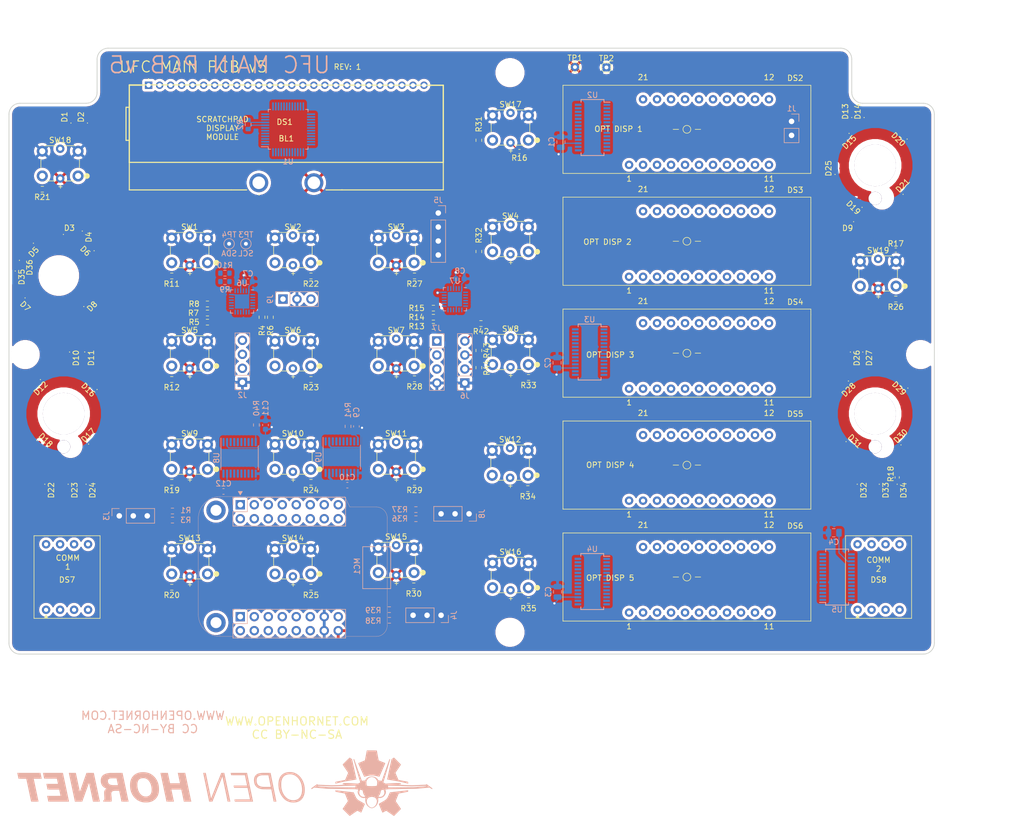
<source format=kicad_pcb>
(kicad_pcb (version 20171130) (host pcbnew "(5.1.9)-1")
  (title_block (date 2020-11-28))
  (layers (0 F.Cu mixed) (31 B.Cu mixed) (34 B.Paste user) (35 F.Paste user) (36 B.SilkS user) (37 F.SilkS user) (38 B.Mask user) (39 F.Mask user) (44 Edge.Cuts user))
  (net 0 "")
  (net 1 GND)
  (net 2 /1-)
  (net 3 /0-)
  (net 4 /4-)
  (net 5 /0+)
  (net 6 /3-)
  (net 7 /6-)
  (net 8 /9-)
  (net 9 /CLR-)
  (net 10 "Net-(R2-Pad2)")
  (net 11 /C_GRID1)
  (net 12 /C_GRID2)
  (net 13 /C_GRID3)
  (net 14 /C_GRID4)
  (net 15 /C_SEG1)
  (net 16 /C_SEG2)
  (net 17 /C_SEG3)
  (net 18 /C_SEG4)
  (net 19 /C_SEG5)
  (net 20 /C_SEG6)
  (net 21 /C_SEG7)
  (net 22 /C_SEG8)
  (net 23 "Net-(U9-Pad8)")
  (net 24 "Net-(U9-Pad7)")
  (net 25 "Net-(U9-Pad6)")
  (net 26 "Net-(U9-Pad5)")
  (net 27 +5V)
  (net 28 /OP1D2)
  (net 29 /1AB)
  (net 30 /1C)
  (net 31 /1M)
  (net 32 /1L)
  (net 33 /1K)
  (net 34 /1J)
  (net 35 /1I)
  (net 36 /OP1D3)
  (net 37 /OP1D4)
  (net 38 /1O)
  (net 39 /1N)
  (net 40 /1DP)
  (net 41 /1P)
  (net 42 /1H)
  (net 43 /1G)
  (net 44 /1EF)
  (net 45 /1D)
  (net 46 /OP1D1)
  (net 47 /OP2D2)
  (net 48 /OP2D3)
  (net 49 /OP2D4)
  (net 50 /OP2D1)
  (net 51 /OP3D2)
  (net 52 /2AB)
  (net 53 /2C)
  (net 54 /2M)
  (net 55 /2L)
  (net 56 /2K)
  (net 57 /2J)
  (net 58 /2I)
  (net 59 /OP3D3)
  (net 60 /OP3D4)
  (net 61 /2O)
  (net 62 /2N)
  (net 63 /2DP)
  (net 64 /2P)
  (net 65 /2H)
  (net 66 /2G)
  (net 67 /2EF)
  (net 68 /2D)
  (net 69 /OP3D1)
  (net 70 /OP4D2)
  (net 71 /OP4D1)
  (net 72 /OP5D2)
  (net 73 /3AB)
  (net 74 /3C)
  (net 75 /3M)
  (net 76 /3L)
  (net 77 /3K)
  (net 78 /3J)
  (net 79 /3I)
  (net 80 /OP5D3)
  (net 81 /OP5D4)
  (net 82 /3O)
  (net 83 /3N)
  (net 84 /3DP)
  (net 85 /3P)
  (net 86 /3H)
  (net 87 /3G)
  (net 88 /3EF)
  (net 89 /3D)
  (net 90 /OP5D1)
  (net 91 OP1_CLK)
  (net 92 DIO)
  (net 93 OP2_CLK)
  (net 94 "Net-(U2-Pad5)")
  (net 95 OP3_CLK)
  (net 96 "Net-(U3-Pad5)")
  (net 97 C_CLK)
  (net 98 "Net-(U4-Pad5)")
  (net 99 "Net-(U5-Pad5)")
  (net 100 "Net-(U5-Pad4)")
  (net 101 /TNLEDPWR)
  (net 102 "Net-(D1-Pad1)")
  (net 103 /IP-)
  (net 104 "Net-(D4-Pad1)")
  (net 105 "Net-(D36-Pad2)")
  (net 106 "Net-(D35-Pad1)")
  (net 107 "Net-(D11-Pad2)")
  (net 108 "Net-(D19-Pad1)")
  (net 109 "Net-(D10-Pad1)")
  (net 110 "Net-(D13-Pad2)")
  (net 111 "Net-(D15-Pad1)")
  (net 112 "Net-(D16-Pad1)")
  (net 113 "Net-(D18-Pad1)")
  (net 114 "Net-(D20-Pad1)")
  (net 115 "Net-(D23-Pad1)")
  (net 116 "Net-(D26-Pad1)")
  (net 117 "Net-(D28-Pad1)")
  (net 118 "Net-(D29-Pad1)")
  (net 119 "Net-(D32-Pad1)")
  (net 120 "Net-(D34-Pad1)")
  (net 121 /COM0)
  (net 122 /COM1)
  (net 123 /COM2)
  (net 124 /COM3)
  (net 125 /SEG0)
  (net 126 /SEG1)
  (net 127 /SEG2)
  (net 128 /SEG3)
  (net 129 /SEG4)
  (net 130 /SEG5)
  (net 131 /SEG6)
  (net 132 /SEG7)
  (net 133 /SEG8)
  (net 134 /SEG9)
  (net 135 /SEG10)
  (net 136 /SEG11)
  (net 137 /SEG12)
  (net 138 /SEG13)
  (net 139 /SEG14)
  (net 140 /SEG15)
  (net 141 /SEG16)
  (net 142 /SEG17)
  (net 143 /SEG18)
  (net 144 /SEG19)
  (net 145 /SEG20)
  (net 146 /SEG21)
  (net 147 /ENC1+)
  (net 148 /ENC1-)
  (net 149 /ENC1PB)
  (net 150 ANALOG1)
  (net 151 ANALOG3)
  (net 152 SCL)
  (net 153 SDA)
  (net 154 /ENC2PB)
  (net 155 /ENC2-)
  (net 156 /ENC2+)
  (net 157 ANALOG2)
  (net 158 /ADF2)
  (net 159 /ADF1)
  (net 160 /SW1)
  (net 161 /SW4)
  (net 162 /OP1+)
  (net 163 /EM-)
  (net 164 /SW7)
  (net 165 /SW11)
  (net 166 /SW13)
  (net 167 /SW2)
  (net 168 /SW5)
  (net 169 /SW8)
  (net 170 /SW12)
  (net 171 /SW19)
  (net 172 /SW3)
  (net 173 /SW6)
  (net 174 /SW9)
  (net 175 /SW10)
  (net 176 /SW14)
  (net 177 /SW15)
  (net 178 /SW16)
  (net 179 /SW17)
  (net 180 /SW18)
  (net 181 /7-)
  (net 182 "Net-(U1-Pad26)")
  (net 183 "Net-(U1-Pad25)")
  (net 184 "Net-(U1-Pad24)")
  (net 185 "Net-(U1-Pad23)")
  (net 186 "Net-(U1-Pad22)")
  (net 187 "Net-(U1-Pad21)")
  (net 188 "Net-(U1-Pad20)")
  (net 189 "Net-(U1-Pad19)")
  (net 190 "Net-(U1-Pad18)")
  (net 191 "Net-(U1-Pad17)")
  (net 192 "Net-(U1-Pad12)")
  (net 193 "Net-(U1-Pad11)")
  (net 194 "Net-(U1-Pad10)")
  (net 195 "Net-(U1-Pad7)")
  (net 196 "Net-(U1-Pad6)")
  (net 197 SCRDATA)
  (net 198 SCRWR)
  (net 199 SCRCS)
  (net 200 "Net-(U4-Pad16)")
  (net 201 "Net-(U4-Pad15)")
  (net 202 "Net-(U4-Pad14)")
  (net 203 "Net-(U4-Pad13)")
  (net 204 "Net-(U5-Pad28)")
  (net 205 "Net-(U5-Pad27)")
  (net 206 "Net-(U5-Pad26)")
  (net 207 "Net-(U5-Pad25)")
  (net 208 "Net-(U5-Pad24)")
  (net 209 "Net-(U5-Pad23)")
  (net 210 "Net-(U5-Pad22)")
  (net 211 "Net-(U5-Pad3)")
  (net 212 "Net-(U5-Pad2)")
  (net 213 "Net-(U5-Pad1)")
  (net 214 "Net-(U6-Pad23)")
  (net 215 "Net-(U6-Pad22)")
  (net 216 "Net-(U7-Pad23)")
  (net 217 "Net-(U7-Pad22)")
  (net 218 +3V3)
  (net 219 /OP4D3)
  (net 220 /OP4D4)
  (net 221 /BIT_SW)
  (net 222 /NOGO_LED)
  (net 223 /GO_LED)
  (net 224 ANALOG1@3.3V)
  (net 225 ANALOG2@3.3V)
  (net 226 ANALOG3@3.3V)
  (net 227 "Net-(R40-Pad1)")
  (net 228 "Net-(R41-Pad1)")
  (net 229 "Net-(R43-Pad1)")
  (net 230 "Net-(R44-Pad1)")
  (net 231 "Net-(U1-Pad2)")
  (net 232 OP2_CLK@3.3V)
  (net 233 OP1_CLK@3.3V)
  (net 234 DIO@3.3V)
  (net 235 OP3_CLK@3.3V)
  (net 236 SCL@3.3V)
  (net 237 SDA@3.3V)
  (net 238 C_CLK@3.3V)
  (net 239 "Net-(U8-Pad12)")
  (net 240 "Net-(U8-Pad9)")
  (net 241 SCRDATA@3.3V)
  (net 242 SCRWR@3.3V)
  (net 243 SCRCS@3.3V)
  (net 244 "Net-(U9-Pad16)")
  (net 245 "Net-(U9-Pad15)")
  (net 246 "Net-(U9-Pad14)")
  (net 247 "Net-(U9-Pad13)")
  (net 248 "Net-(U9-Pad12)")
  (net 249 "Net-(U9-Pad9)")
  (net 250 "Net-(MC1-Pad22)")
  (net 251 "Net-(MC1-Pad30)")
  (net 252 "Net-(MC1-Pad17)")
  (net 253 "Net-(MC1-Pad25)")
  (net 254 "Net-(MC1-Pad27)")
  (net 255 "Net-(MC1-Pad18)")
  (net 256 "Net-(MC1-Pad24)")
  (net 257 "Net-(MC1-Pad20)")
  (net 258 "Net-(MC1-Pad26)")
  (net 259 "Net-(MC1-Pad28)")
  (net 260 "Net-(MC1-Pad21)")
  (net 261 "Net-(MC1-Pad29)")
  (net 262 "Net-(MC1-Pad19)")
  (net 263 "Net-(MC1-Pad6)")
  (net 264 "Net-(MC1-Pad1)")
  (module "KiCAD Libraries:S2_MINI" (layer B.Cu) (at 141.02964 184.228 270)
    (fp_text reference MC1 (at -0.254 -9.779 90) (layer B.SilkS) (effects (justify mirror)))
    (fp_text value S2_MINI)
    (pad ~ thru_hole circle (at -10.42 15.84 270) (size 3.5 3.5) (drill 2) (layers *.Cu *.Mask))
    (pad ~ thru_hole circle (at 9.980001 15.84 270) (size 3.5 3.5) (drill 2) (layers *.Cu *.Mask))
    (pad 22 thru_hole oval (at 8.89 -1.27 270) (size 1.7 1.7) (drill 1) (layers *.Cu *.Mask) (net 250 "Net-(MC1-Pad22)"))
    (pad 30 thru_hole oval (at 11.43 -1.27 270) (size 1.7 1.7) (drill 1) (layers *.Cu *.Mask) (net 251 "Net-(MC1-Pad30)"))
    (pad 31 thru_hole oval (at 11.43 -3.81 270) (size 1.7 1.7) (drill 1) (layers *.Cu *.Mask) (net 1 GND))
    (pad 17 thru_hole rect (at 8.89 11.43 270) (size 1.7 1.7) (drill 1) (layers *.Cu *.Mask) (net 252 "Net-(MC1-Pad17)"))
    (pad 25 thru_hole oval (at 11.43 11.43 270) (size 1.7 1.7) (drill 1) (layers *.Cu *.Mask) (net 253 "Net-(MC1-Pad25)"))
    (pad 27 thru_hole oval (at 11.43 6.35 270) (size 1.7 1.7) (drill 1) (layers *.Cu *.Mask) (net 254 "Net-(MC1-Pad27)"))
    (pad 23 thru_hole oval (at 8.89 -3.81 270) (size 1.7 1.7) (drill 1) (layers *.Cu *.Mask) (net 1 GND))
    (pad 18 thru_hole oval (at 8.89 8.89 270) (size 1.7 1.7) (drill 1) (layers *.Cu *.Mask) (net 255 "Net-(MC1-Pad18)"))
    (pad 24 thru_hole oval (at 8.89 -6.35 270) (size 1.7 1.7) (drill 1) (layers *.Cu *.Mask) (net 256 "Net-(MC1-Pad24)"))
    (pad 20 thru_hole oval (at 8.89 3.81 270) (size 1.7 1.7) (drill 1) (layers *.Cu *.Mask) (net 257 "Net-(MC1-Pad20)"))
    (pad 26 thru_hole oval (at 11.43 8.89 270) (size 1.7 1.7) (drill 1) (layers *.Cu *.Mask) (net 258 "Net-(MC1-Pad26)"))
    (pad 28 thru_hole oval (at 11.43 3.81 270) (size 1.7 1.7) (drill 1) (layers *.Cu *.Mask) (net 259 "Net-(MC1-Pad28)"))
    (pad 21 thru_hole oval (at 8.89 1.27 270) (size 1.7 1.7) (drill 1) (layers *.Cu *.Mask) (net 260 "Net-(MC1-Pad21)"))
    (pad 29 thru_hole oval (at 11.43 1.27 270) (size 1.7 1.7) (drill 1) (layers *.Cu *.Mask) (net 261 "Net-(MC1-Pad29)"))
    (pad 19 thru_hole oval (at 8.89 6.35 270) (size 1.7 1.7) (drill 1) (layers *.Cu *.Mask) (net 262 "Net-(MC1-Pad19)"))
    (pad 32 thru_hole oval (at 11.43 -6.35 270) (size 1.7 1.7) (drill 1) (layers *.Cu *.Mask) (net 27 +5V))
    (pad 6 thru_hole oval (at -11.43 -1.27 270) (size 1.7 1.7) (drill 1) (layers *.Cu *.Mask) (net 263 "Net-(MC1-Pad6)"))
    (pad 14 thru_hole oval (at -8.89 -1.27 270) (size 1.7 1.7) (drill 1) (layers *.Cu *.Mask) (net 238 C_CLK@3.3V))
    (pad 15 thru_hole oval (at -8.89 -3.81 270) (size 1.7 1.7) (drill 1) (layers *.Cu *.Mask) (net 242 SCRWR@3.3V))
    (pad 1 thru_hole rect (at -11.43 11.43 270) (size 1.7 1.7) (drill 1) (layers *.Cu *.Mask) (net 264 "Net-(MC1-Pad1)"))
    (pad 9 thru_hole oval (at -8.89 11.43 270) (size 1.7 1.7) (drill 1) (layers *.Cu *.Mask) (net 224 ANALOG1@3.3V))
    (pad 11 thru_hole oval (at -8.89 6.35 270) (size 1.7 1.7) (drill 1) (layers *.Cu *.Mask) (net 233 OP1_CLK@3.3V))
    (pad 7 thru_hole oval (at -11.43 -3.81 270) (size 1.7 1.7) (drill 1) (layers *.Cu *.Mask) (net 241 SCRDATA@3.3V))
    (pad 2 thru_hole oval (at -11.43 8.89 270) (size 1.7 1.7) (drill 1) (layers *.Cu *.Mask) (net 226 ANALOG3@3.3V))
    (pad 8 thru_hole oval (at -11.43 -6.35 270) (size 1.7 1.7) (drill 1) (layers *.Cu *.Mask) (net 218 +3V3))
    (pad 4 thru_hole oval (at -11.43 3.81 270) (size 1.7 1.7) (drill 1) (layers *.Cu *.Mask) (net 234 DIO@3.3V))
    (pad 10 thru_hole oval (at -8.89 8.89 270) (size 1.7 1.7) (drill 1) (layers *.Cu *.Mask) (net 225 ANALOG2@3.3V))
    (pad 12 thru_hole oval (at -8.89 3.81 270) (size 1.7 1.7) (drill 1) (layers *.Cu *.Mask) (net 235 OP3_CLK@3.3V))
    (pad 5 thru_hole oval (at -11.43 1.27 270) (size 1.7 1.7) (drill 1) (layers *.Cu *.Mask) (net 236 SCL@3.3V))
    (pad 13 thru_hole oval (at -8.89 1.27 270) (size 1.7 1.7) (drill 1) (layers *.Cu *.Mask) (net 237 SDA@3.3V))
    (pad 3 thru_hole oval (at -11.43 6.35 270) (size 1.7 1.7) (drill 1) (layers *.Cu *.Mask) (net 232 OP2_CLK@3.3V))
    (pad 16 thru_hole oval (at -8.89 -6.35 270) (size 1.7 1.7) (drill 1) (layers *.Cu *.Mask) (net 243 SCRCS@3.3V))
  )
  (module Package_SO:TSSOP-20_4.4x6.5mm_P0.65mm (layer B.Cu) (at 148.01464 164.162 270)
    (fp_text reference U9 (at 0 4.2 90) (layer B.SilkS) (effects (justify mirror)))
    (fp_text value TXS0108EPW)
    (pad 20 smd roundrect (at 2.8625 2.925 270) (size 1.475 0.4) (layers B.Cu B.Paste B.Mask) (net 241 SCRDATA@3.3V))
    (pad 19 smd roundrect (at 2.8625 2.275 270) (size 1.475 0.4) (layers B.Cu B.Paste B.Mask) (net 218 +3V3))
    (pad 18 smd roundrect (at 2.8625 1.625 270) (size 1.475 0.4) (layers B.Cu B.Paste B.Mask) (net 242 SCRWR@3.3V))
    (pad 17 smd roundrect (at 2.8625 0.975 270) (size 1.475 0.4) (layers B.Cu B.Paste B.Mask) (net 243 SCRCS@3.3V))
    (pad 16 smd roundrect (at 2.8625 0.325 270) (size 1.475 0.4) (layers B.Cu B.Paste B.Mask) (net 244 "Net-(U9-Pad16)"))
    (pad 15 smd roundrect (at 2.8625 -0.325 270) (size 1.475 0.4) (layers B.Cu B.Paste B.Mask) (net 245 "Net-(U9-Pad15)"))
    (pad 14 smd roundrect (at 2.8625 -0.975 270) (size 1.475 0.4) (layers B.Cu B.Paste B.Mask) (net 246 "Net-(U9-Pad14)"))
    (pad 13 smd roundrect (at 2.8625 -1.625 270) (size 1.475 0.4) (layers B.Cu B.Paste B.Mask) (net 247 "Net-(U9-Pad13)"))
    (pad 12 smd roundrect (at 2.8625 -2.275 270) (size 1.475 0.4) (layers B.Cu B.Paste B.Mask) (net 248 "Net-(U9-Pad12)"))
    (pad 11 smd roundrect (at 2.8625 -2.925 270) (size 1.475 0.4) (layers B.Cu B.Paste B.Mask) (net 1 GND))
    (pad 10 smd roundrect (at -2.8625 -2.925 270) (size 1.475 0.4) (layers B.Cu B.Paste B.Mask) (net 228 "Net-(R41-Pad1)"))
    (pad 9 smd roundrect (at -2.8625 -2.275 270) (size 1.475 0.4) (layers B.Cu B.Paste B.Mask) (net 249 "Net-(U9-Pad9)"))
    (pad 8 smd roundrect (at -2.8625 -1.625 270) (size 1.475 0.4) (layers B.Cu B.Paste B.Mask) (net 23 "Net-(U9-Pad8)"))
    (pad 7 smd roundrect (at -2.8625 -0.975 270) (size 1.475 0.4) (layers B.Cu B.Paste B.Mask) (net 24 "Net-(U9-Pad7)"))
    (pad 6 smd roundrect (at -2.8625 -0.325 270) (size 1.475 0.4) (layers B.Cu B.Paste B.Mask) (net 25 "Net-(U9-Pad6)"))
    (pad 5 smd roundrect (at -2.8625 0.325 270) (size 1.475 0.4) (layers B.Cu B.Paste B.Mask) (net 26 "Net-(U9-Pad5)"))
    (pad 4 smd roundrect (at -2.8625 0.975 270) (size 1.475 0.4) (layers B.Cu B.Paste B.Mask) (net 199 SCRCS))
    (pad 3 smd roundrect (at -2.8625 1.625 270) (size 1.475 0.4) (layers B.Cu B.Paste B.Mask) (net 198 SCRWR))
    (pad 2 smd roundrect (at -2.8625 2.275 270) (size 1.475 0.4) (layers B.Cu B.Paste B.Mask) (net 27 +5V))
    (pad 1 smd roundrect (at -2.8625 2.925 270) (size 1.475 0.4) (layers B.Cu B.Paste B.Mask) (net 197 SCRDATA))
  )
  (module Package_SO:TSSOP-20_4.4x6.5mm_P0.65mm (layer B.Cu) (at 129.47264 164.289 270)
    (fp_text reference U8 (at 0 4.2 90) (layer B.SilkS) (effects (justify mirror)))
    (fp_text value TXS0108EPW)
    (pad 20 smd roundrect (at 2.8625 2.925 270) (size 1.475 0.4) (layers B.Cu B.Paste B.Mask) (net 232 OP2_CLK@3.3V))
    (pad 19 smd roundrect (at 2.8625 2.275 270) (size 1.475 0.4) (layers B.Cu B.Paste B.Mask) (net 218 +3V3))
    (pad 18 smd roundrect (at 2.8625 1.625 270) (size 1.475 0.4) (layers B.Cu B.Paste B.Mask) (net 233 OP1_CLK@3.3V))
    (pad 17 smd roundrect (at 2.8625 0.975 270) (size 1.475 0.4) (layers B.Cu B.Paste B.Mask) (net 234 DIO@3.3V))
    (pad 16 smd roundrect (at 2.8625 0.325 270) (size 1.475 0.4) (layers B.Cu B.Paste B.Mask) (net 235 OP3_CLK@3.3V))
    (pad 15 smd roundrect (at 2.8625 -0.325 270) (size 1.475 0.4) (layers B.Cu B.Paste B.Mask) (net 236 SCL@3.3V))
    (pad 14 smd roundrect (at 2.8625 -0.975 270) (size 1.475 0.4) (layers B.Cu B.Paste B.Mask) (net 237 SDA@3.3V))
    (pad 13 smd roundrect (at 2.8625 -1.625 270) (size 1.475 0.4) (layers B.Cu B.Paste B.Mask) (net 238 C_CLK@3.3V))
    (pad 12 smd roundrect (at 2.8625 -2.275 270) (size 1.475 0.4) (layers B.Cu B.Paste B.Mask) (net 239 "Net-(U8-Pad12)"))
    (pad 11 smd roundrect (at 2.8625 -2.925 270) (size 1.475 0.4) (layers B.Cu B.Paste B.Mask) (net 1 GND))
    (pad 10 smd roundrect (at -2.8625 -2.925 270) (size 1.475 0.4) (layers B.Cu B.Paste B.Mask) (net 227 "Net-(R40-Pad1)"))
    (pad 9 smd roundrect (at -2.8625 -2.275 270) (size 1.475 0.4) (layers B.Cu B.Paste B.Mask) (net 240 "Net-(U8-Pad9)"))
    (pad 8 smd roundrect (at -2.8625 -1.625 270) (size 1.475 0.4) (layers B.Cu B.Paste B.Mask) (net 97 C_CLK))
    (pad 7 smd roundrect (at -2.8625 -0.975 270) (size 1.475 0.4) (layers B.Cu B.Paste B.Mask) (net 153 SDA))
    (pad 6 smd roundrect (at -2.8625 -0.325 270) (size 1.475 0.4) (layers B.Cu B.Paste B.Mask) (net 152 SCL))
    (pad 5 smd roundrect (at -2.8625 0.325 270) (size 1.475 0.4) (layers B.Cu B.Paste B.Mask) (net 95 OP3_CLK))
    (pad 4 smd roundrect (at -2.8625 0.975 270) (size 1.475 0.4) (layers B.Cu B.Paste B.Mask) (net 92 DIO))
    (pad 3 smd roundrect (at -2.8625 1.625 270) (size 1.475 0.4) (layers B.Cu B.Paste B.Mask) (net 91 OP1_CLK))
    (pad 2 smd roundrect (at -2.8625 2.275 270) (size 1.475 0.4) (layers B.Cu B.Paste B.Mask) (net 27 +5V))
    (pad 1 smd roundrect (at -2.8625 2.925 270) (size 1.475 0.4) (layers B.Cu B.Paste B.Mask) (net 93 OP2_CLK))
  )
  (module Package_DFN_QFN:WQFN-24-1EP_4x4mm_P0.5mm_EP2.6x2.6mm (layer B.Cu) (at 168.55562 135.4854 180)
    (fp_text reference U7 (at 0 3.32) (layer B.SilkS) (effects (justify mirror)))
    (fp_text value AW9523BTQR)
    (pad 25 smd rect (at 0 0 180) (size 2.6 2.6) (layers B.Cu B.Mask) (net 1 GND))
    (pad 24 smd roundrect (at -1.25 1.9375 180) (size 0.25 0.875) (layers B.Cu B.Paste B.Mask) (net 1 GND))
    (pad 23 smd roundrect (at -0.75 1.9375 180) (size 0.25 0.875) (layers B.Cu B.Paste B.Mask) (net 216 "Net-(U7-Pad23)"))
    (pad 22 smd roundrect (at -0.25 1.9375 180) (size 0.25 0.875) (layers B.Cu B.Paste B.Mask) (net 217 "Net-(U7-Pad22)"))
    (pad 21 smd roundrect (at 0.25 1.9375 180) (size 0.25 0.875) (layers B.Cu B.Paste B.Mask) (net 27 +5V))
    (pad 20 smd roundrect (at 0.75 1.9375 180) (size 0.25 0.875) (layers B.Cu B.Paste B.Mask) (net 153 SDA))
    (pad 19 smd roundrect (at 1.25 1.9375 180) (size 0.25 0.875) (layers B.Cu B.Paste B.Mask) (net 152 SCL))
    (pad 18 smd roundrect (at 1.9375 1.25 180) (size 0.875 0.25) (layers B.Cu B.Paste B.Mask) (net 27 +5V))
    (pad 17 smd roundrect (at 1.9375 0.75 180) (size 0.875 0.25) (layers B.Cu B.Paste B.Mask) (net 178 /SW16))
    (pad 16 smd roundrect (at 1.9375 0.25 180) (size 0.875 0.25) (layers B.Cu B.Paste B.Mask) (net 176 /SW14))
    (pad 15 smd roundrect (at 1.9375 -0.25 180) (size 0.875 0.25) (layers B.Cu B.Paste B.Mask) (net 177 /SW15))
    (pad 14 smd roundrect (at 1.9375 -0.75 180) (size 0.875 0.25) (layers B.Cu B.Paste B.Mask) (net 179 /SW17))
    (pad 13 smd roundrect (at 1.9375 -1.25 180) (size 0.875 0.25) (layers B.Cu B.Paste B.Mask) (net 180 /SW18))
    (pad 12 smd roundrect (at 1.25 -1.9375 180) (size 0.25 0.875) (layers B.Cu B.Paste B.Mask) (net 156 /ENC2+))
    (pad 11 smd roundrect (at 0.75 -1.9375 180) (size 0.25 0.875) (layers B.Cu B.Paste B.Mask) (net 155 /ENC2-))
    (pad 10 smd roundrect (at 0.25 -1.9375 180) (size 0.25 0.875) (layers B.Cu B.Paste B.Mask) (net 154 /ENC2PB))
    (pad 9 smd roundrect (at -0.25 -1.9375 180) (size 0.25 0.875) (layers B.Cu B.Paste B.Mask) (net 1 GND))
    (pad 8 smd roundrect (at -0.75 -1.9375 180) (size 0.25 0.875) (layers B.Cu B.Paste B.Mask) (net 171 /SW19))
    (pad 7 smd roundrect (at -1.25 -1.9375 180) (size 0.25 0.875) (layers B.Cu B.Paste B.Mask) (net 221 /BIT_SW))
    (pad 6 smd roundrect (at -1.9375 -1.25 180) (size 0.875 0.25) (layers B.Cu B.Paste B.Mask) (net 174 /SW9))
    (pad 5 smd roundrect (at -1.9375 -0.75 180) (size 0.875 0.25) (layers B.Cu B.Paste B.Mask) (net 229 "Net-(R43-Pad1)"))
    (pad 4 smd roundrect (at -1.9375 -0.25 180) (size 0.875 0.25) (layers B.Cu B.Paste B.Mask) (net 230 "Net-(R44-Pad1)"))
    (pad 3 smd roundrect (at -1.9375 0.25 180) (size 0.875 0.25) (layers B.Cu B.Paste B.Mask) (net 101 /TNLEDPWR))
    (pad 2 smd roundrect (at -1.9375 0.75 180) (size 0.875 0.25) (layers B.Cu B.Paste B.Mask) (net 3 /0-))
    (pad 1 smd roundrect (at -1.9375 1.25 180) (size 0.875 0.25) (layers B.Cu B.Paste B.Mask) (net 175 /SW10))
  )
  (module Package_DFN_QFN:WQFN-24-1EP_4x4mm_P0.5mm_EP2.6x2.6mm (layer B.Cu) (at 129.91714 135.89688 180)
    (fp_text reference U6 (at 0 3.32) (layer B.SilkS) (effects (justify mirror)))
    (fp_text value AW9523BTQR)
    (pad 25 smd rect (at 0 0 180) (size 2.6 2.6) (layers B.Cu B.Mask) (net 1 GND))
    (pad 24 smd roundrect (at -1.25 1.9375 180) (size 0.25 0.875) (layers B.Cu B.Paste B.Mask) (net 1 GND))
    (pad 23 smd roundrect (at -0.75 1.9375 180) (size 0.25 0.875) (layers B.Cu B.Paste B.Mask) (net 214 "Net-(U6-Pad23)"))
    (pad 22 smd roundrect (at -0.25 1.9375 180) (size 0.25 0.875) (layers B.Cu B.Paste B.Mask) (net 215 "Net-(U6-Pad22)"))
    (pad 21 smd roundrect (at 0.25 1.9375 180) (size 0.25 0.875) (layers B.Cu B.Paste B.Mask) (net 27 +5V))
    (pad 20 smd roundrect (at 0.75 1.9375 180) (size 0.25 0.875) (layers B.Cu B.Paste B.Mask) (net 153 SDA))
    (pad 19 smd roundrect (at 1.25 1.9375 180) (size 0.25 0.875) (layers B.Cu B.Paste B.Mask) (net 152 SCL))
    (pad 18 smd roundrect (at 1.9375 1.25 180) (size 0.875 0.25) (layers B.Cu B.Paste B.Mask) (net 1 GND))
    (pad 17 smd roundrect (at 1.9375 0.75 180) (size 0.875 0.25) (layers B.Cu B.Paste B.Mask) (net 161 /SW4))
    (pad 16 smd roundrect (at 1.9375 0.25 180) (size 0.875 0.25) (layers B.Cu B.Paste B.Mask) (net 172 /SW3))
    (pad 15 smd roundrect (at 1.9375 -0.25 180) (size 0.875 0.25) (layers B.Cu B.Paste B.Mask) (net 173 /SW6))
    (pad 14 smd roundrect (at 1.9375 -0.75 180) (size 0.875 0.25) (layers B.Cu B.Paste B.Mask) (net 164 /SW7))
    (pad 13 smd roundrect (at 1.9375 -1.25 180) (size 0.875 0.25) (layers B.Cu B.Paste B.Mask) (net 166 /SW13))
    (pad 12 smd roundrect (at 1.25 -1.9375 180) (size 0.25 0.875) (layers B.Cu B.Paste B.Mask) (net 170 /SW12))
    (pad 11 smd roundrect (at 0.75 -1.9375 180) (size 0.25 0.875) (layers B.Cu B.Paste B.Mask) (net 165 /SW11))
    (pad 10 smd roundrect (at 0.25 -1.9375 180) (size 0.25 0.875) (layers B.Cu B.Paste B.Mask) (net 169 /SW8))
    (pad 9 smd roundrect (at -0.25 -1.9375 180) (size 0.25 0.875) (layers B.Cu B.Paste B.Mask) (net 1 GND))
    (pad 8 smd roundrect (at -0.75 -1.9375 180) (size 0.25 0.875) (layers B.Cu B.Paste B.Mask) (net 149 /ENC1PB))
    (pad 7 smd roundrect (at -1.25 -1.9375 180) (size 0.25 0.875) (layers B.Cu B.Paste B.Mask) (net 148 /ENC1-))
    (pad 6 smd roundrect (at -1.9375 -1.25 180) (size 0.875 0.25) (layers B.Cu B.Paste B.Mask) (net 147 /ENC1+))
    (pad 5 smd roundrect (at -1.9375 -0.75 180) (size 0.875 0.25) (layers B.Cu B.Paste B.Mask) (net 168 /SW5))
    (pad 4 smd roundrect (at -1.9375 -0.25 180) (size 0.875 0.25) (layers B.Cu B.Paste B.Mask) (net 167 /SW2))
    (pad 3 smd roundrect (at -1.9375 0.25 180) (size 0.875 0.25) (layers B.Cu B.Paste B.Mask) (net 158 /ADF2))
    (pad 2 smd roundrect (at -1.9375 0.75 180) (size 0.875 0.25) (layers B.Cu B.Paste B.Mask) (net 159 /ADF1))
    (pad 1 smd roundrect (at -1.9375 1.25 180) (size 0.875 0.25) (layers B.Cu B.Paste B.Mask) (net 160 /SW1))
  )
  (module Package_SO:SSOP-28_3.9x9.9mm_P0.635mm (layer B.Cu) (at 237.94588 185.93488)
    (fp_text reference U5 (at 0 5.9) (layer B.SilkS) (effects (justify mirror)))
    (fp_text value GN1640T)
    (pad 28 smd rect (at 2.6 4.1275) (size 1.2 0.4) (layers B.Cu B.Paste B.Mask) (net 204 "Net-(U5-Pad28)"))
    (pad 27 smd rect (at 2.6 3.4925) (size 1.2 0.4) (layers B.Cu B.Paste B.Mask) (net 205 "Net-(U5-Pad27)"))
    (pad 26 smd rect (at 2.6 2.8575) (size 1.2 0.4) (layers B.Cu B.Paste B.Mask) (net 206 "Net-(U5-Pad26)"))
    (pad 25 smd rect (at 2.6 2.2225) (size 1.2 0.4) (layers B.Cu B.Paste B.Mask) (net 207 "Net-(U5-Pad25)"))
    (pad 24 smd rect (at 2.6 1.5875) (size 1.2 0.4) (layers B.Cu B.Paste B.Mask) (net 208 "Net-(U5-Pad24)"))
    (pad 23 smd rect (at 2.6 0.9525) (size 1.2 0.4) (layers B.Cu B.Paste B.Mask) (net 209 "Net-(U5-Pad23)"))
    (pad 22 smd rect (at 2.6 0.3175) (size 1.2 0.4) (layers B.Cu B.Paste B.Mask) (net 210 "Net-(U5-Pad22)"))
    (pad 21 smd rect (at 2.6 -0.3175) (size 1.2 0.4) (layers B.Cu B.Paste B.Mask) (net 14 /C_GRID4))
    (pad 20 smd rect (at 2.6 -0.9525) (size 1.2 0.4) (layers B.Cu B.Paste B.Mask) (net 13 /C_GRID3))
    (pad 19 smd rect (at 2.6 -1.5875) (size 1.2 0.4) (layers B.Cu B.Paste B.Mask) (net 12 /C_GRID2))
    (pad 18 smd rect (at 2.6 -2.2225) (size 1.2 0.4) (layers B.Cu B.Paste B.Mask) (net 11 /C_GRID1))
    (pad 17 smd rect (at 2.6 -2.8575) (size 1.2 0.4) (layers B.Cu B.Paste B.Mask) (net 27 +5V))
    (pad 16 smd rect (at 2.6 -3.4925) (size 1.2 0.4) (layers B.Cu B.Paste B.Mask) (net 22 /C_SEG8))
    (pad 15 smd rect (at 2.6 -4.1275) (size 1.2 0.4) (layers B.Cu B.Paste B.Mask) (net 21 /C_SEG7))
    (pad 14 smd rect (at -2.6 -4.1275) (size 1.2 0.4) (layers B.Cu B.Paste B.Mask) (net 20 /C_SEG6))
    (pad 13 smd rect (at -2.6 -3.4925) (size 1.2 0.4) (layers B.Cu B.Paste B.Mask) (net 19 /C_SEG5))
    (pad 12 smd rect (at -2.6 -2.8575) (size 1.2 0.4) (layers B.Cu B.Paste B.Mask) (net 18 /C_SEG4))
    (pad 11 smd rect (at -2.6 -2.2225) (size 1.2 0.4) (layers B.Cu B.Paste B.Mask) (net 17 /C_SEG3))
    (pad 10 smd rect (at -2.6 -1.5875) (size 1.2 0.4) (layers B.Cu B.Paste B.Mask) (net 16 /C_SEG2))
    (pad 9 smd rect (at -2.6 -0.9525) (size 1.2 0.4) (layers B.Cu B.Paste B.Mask) (net 15 /C_SEG1))
    (pad 8 smd rect (at -2.6 -0.3175) (size 1.2 0.4) (layers B.Cu B.Paste B.Mask) (net 97 C_CLK))
    (pad 7 smd rect (at -2.6 0.3175) (size 1.2 0.4) (layers B.Cu B.Paste B.Mask) (net 92 DIO))
    (pad 6 smd rect (at -2.6 0.9525) (size 1.2 0.4) (layers B.Cu B.Paste B.Mask) (net 1 GND))
    (pad 5 smd rect (at -2.6 1.5875) (size 1.2 0.4) (layers B.Cu B.Paste B.Mask) (net 99 "Net-(U5-Pad5)"))
    (pad 4 smd rect (at -2.6 2.2225) (size 1.2 0.4) (layers B.Cu B.Paste B.Mask) (net 100 "Net-(U5-Pad4)"))
    (pad 3 smd rect (at -2.6 2.8575) (size 1.2 0.4) (layers B.Cu B.Paste B.Mask) (net 211 "Net-(U5-Pad3)"))
    (pad 2 smd rect (at -2.6 3.4925) (size 1.2 0.4) (layers B.Cu B.Paste B.Mask) (net 212 "Net-(U5-Pad2)"))
    (pad 1 smd rect (at -2.6 4.1275) (size 1.2 0.4) (layers B.Cu B.Paste B.Mask) (net 213 "Net-(U5-Pad1)"))
  )
  (module Package_SO:SSOP-28_3.9x9.9mm_P0.635mm (layer B.Cu) (at 193.4908 186.74768 180)
    (fp_text reference U4 (at 0 5.9) (layer B.SilkS) (effects (justify mirror)))
    (fp_text value GN1640T)
    (pad 28 smd rect (at 2.6 4.1275 180) (size 1.2 0.4) (layers B.Cu B.Paste B.Mask) (net 77 /3K))
    (pad 27 smd rect (at 2.6 3.4925 180) (size 1.2 0.4) (layers B.Cu B.Paste B.Mask) (net 76 /3L))
    (pad 26 smd rect (at 2.6 2.8575 180) (size 1.2 0.4) (layers B.Cu B.Paste B.Mask) (net 75 /3M))
    (pad 25 smd rect (at 2.6 2.2225 180) (size 1.2 0.4) (layers B.Cu B.Paste B.Mask) (net 79 /3I))
    (pad 24 smd rect (at 2.6 1.5875 180) (size 1.2 0.4) (layers B.Cu B.Paste B.Mask) (net 78 /3J))
    (pad 23 smd rect (at 2.6 0.9525 180) (size 1.2 0.4) (layers B.Cu B.Paste B.Mask) (net 86 /3H))
    (pad 22 smd rect (at 2.6 0.3175 180) (size 1.2 0.4) (layers B.Cu B.Paste B.Mask) (net 87 /3G))
    (pad 21 smd rect (at 2.6 -0.3175 180) (size 1.2 0.4) (layers B.Cu B.Paste B.Mask) (net 88 /3EF))
    (pad 20 smd rect (at 2.6 -0.9525 180) (size 1.2 0.4) (layers B.Cu B.Paste B.Mask) (net 89 /3D))
    (pad 19 smd rect (at 2.6 -1.5875 180) (size 1.2 0.4) (layers B.Cu B.Paste B.Mask) (net 74 /3C))
    (pad 18 smd rect (at 2.6 -2.2225 180) (size 1.2 0.4) (layers B.Cu B.Paste B.Mask) (net 73 /3AB))
    (pad 17 smd rect (at 2.6 -2.8575 180) (size 1.2 0.4) (layers B.Cu B.Paste B.Mask) (net 27 +5V))
    (pad 16 smd rect (at 2.6 -3.4925 180) (size 1.2 0.4) (layers B.Cu B.Paste B.Mask) (net 200 "Net-(U4-Pad16)"))
    (pad 15 smd rect (at 2.6 -4.1275 180) (size 1.2 0.4) (layers B.Cu B.Paste B.Mask) (net 201 "Net-(U4-Pad15)"))
    (pad 14 smd rect (at -2.6 -4.1275 180) (size 1.2 0.4) (layers B.Cu B.Paste B.Mask) (net 202 "Net-(U4-Pad14)"))
    (pad 13 smd rect (at -2.6 -3.4925 180) (size 1.2 0.4) (layers B.Cu B.Paste B.Mask) (net 203 "Net-(U4-Pad13)"))
    (pad 12 smd rect (at -2.6 -2.8575 180) (size 1.2 0.4) (layers B.Cu B.Paste B.Mask) (net 81 /OP5D4))
    (pad 11 smd rect (at -2.6 -2.2225 180) (size 1.2 0.4) (layers B.Cu B.Paste B.Mask) (net 80 /OP5D3))
    (pad 10 smd rect (at -2.6 -1.5875 180) (size 1.2 0.4) (layers B.Cu B.Paste B.Mask) (net 72 /OP5D2))
    (pad 9 smd rect (at -2.6 -0.9525 180) (size 1.2 0.4) (layers B.Cu B.Paste B.Mask) (net 90 /OP5D1))
    (pad 8 smd rect (at -2.6 -0.3175 180) (size 1.2 0.4) (layers B.Cu B.Paste B.Mask) (net 95 OP3_CLK))
    (pad 7 smd rect (at -2.6 0.3175 180) (size 1.2 0.4) (layers B.Cu B.Paste B.Mask) (net 92 DIO))
    (pad 6 smd rect (at -2.6 0.9525 180) (size 1.2 0.4) (layers B.Cu B.Paste B.Mask) (net 1 GND))
    (pad 5 smd rect (at -2.6 1.5875 180) (size 1.2 0.4) (layers B.Cu B.Paste B.Mask) (net 98 "Net-(U4-Pad5)"))
    (pad 4 smd rect (at -2.6 2.2225 180) (size 1.2 0.4) (layers B.Cu B.Paste B.Mask) (net 84 /3DP))
    (pad 3 smd rect (at -2.6 2.8575 180) (size 1.2 0.4) (layers B.Cu B.Paste B.Mask) (net 83 /3N))
    (pad 2 smd rect (at -2.6 3.4925 180) (size 1.2 0.4) (layers B.Cu B.Paste B.Mask) (net 82 /3O))
    (pad 1 smd rect (at -2.6 4.1275 180) (size 1.2 0.4) (layers B.Cu B.Paste B.Mask) (net 85 /3P))
  )
  (module Package_SO:SSOP-28_3.9x9.9mm_P0.635mm (layer B.Cu) (at 193.01836 145.08152 180)
    (fp_text reference U3 (at 0 5.9) (layer B.SilkS) (effects (justify mirror)))
    (fp_text value GN1640T)
    (pad 28 smd rect (at 2.6 4.1275 180) (size 1.2 0.4) (layers B.Cu B.Paste B.Mask) (net 56 /2K))
    (pad 27 smd rect (at 2.6 3.4925 180) (size 1.2 0.4) (layers B.Cu B.Paste B.Mask) (net 55 /2L))
    (pad 26 smd rect (at 2.6 2.8575 180) (size 1.2 0.4) (layers B.Cu B.Paste B.Mask) (net 54 /2M))
    (pad 25 smd rect (at 2.6 2.2225 180) (size 1.2 0.4) (layers B.Cu B.Paste B.Mask) (net 58 /2I))
    (pad 24 smd rect (at 2.6 1.5875 180) (size 1.2 0.4) (layers B.Cu B.Paste B.Mask) (net 57 /2J))
    (pad 23 smd rect (at 2.6 0.9525 180) (size 1.2 0.4) (layers B.Cu B.Paste B.Mask) (net 65 /2H))
    (pad 22 smd rect (at 2.6 0.3175 180) (size 1.2 0.4) (layers B.Cu B.Paste B.Mask) (net 66 /2G))
    (pad 21 smd rect (at 2.6 -0.3175 180) (size 1.2 0.4) (layers B.Cu B.Paste B.Mask) (net 67 /2EF))
    (pad 20 smd rect (at 2.6 -0.9525 180) (size 1.2 0.4) (layers B.Cu B.Paste B.Mask) (net 68 /2D))
    (pad 19 smd rect (at 2.6 -1.5875 180) (size 1.2 0.4) (layers B.Cu B.Paste B.Mask) (net 53 /2C))
    (pad 18 smd rect (at 2.6 -2.2225 180) (size 1.2 0.4) (layers B.Cu B.Paste B.Mask) (net 52 /2AB))
    (pad 17 smd rect (at 2.6 -2.8575 180) (size 1.2 0.4) (layers B.Cu B.Paste B.Mask) (net 27 +5V))
    (pad 16 smd rect (at 2.6 -3.4925 180) (size 1.2 0.4) (layers B.Cu B.Paste B.Mask) (net 220 /OP4D4))
    (pad 15 smd rect (at 2.6 -4.1275 180) (size 1.2 0.4) (layers B.Cu B.Paste B.Mask) (net 219 /OP4D3))
    (pad 14 smd rect (at -2.6 -4.1275 180) (size 1.2 0.4) (layers B.Cu B.Paste B.Mask) (net 70 /OP4D2))
    (pad 13 smd rect (at -2.6 -3.4925 180) (size 1.2 0.4) (layers B.Cu B.Paste B.Mask) (net 71 /OP4D1))
    (pad 12 smd rect (at -2.6 -2.8575 180) (size 1.2 0.4) (layers B.Cu B.Paste B.Mask) (net 60 /OP3D4))
    (pad 11 smd rect (at -2.6 -2.2225 180) (size 1.2 0.4) (layers B.Cu B.Paste B.Mask) (net 59 /OP3D3))
    (pad 10 smd rect (at -2.6 -1.5875 180) (size 1.2 0.4) (layers B.Cu B.Paste B.Mask) (net 51 /OP3D2))
    (pad 9 smd rect (at -2.6 -0.9525 180) (size 1.2 0.4) (layers B.Cu B.Paste B.Mask) (net 69 /OP3D1))
    (pad 8 smd rect (at -2.6 -0.3175 180) (size 1.2 0.4) (layers B.Cu B.Paste B.Mask) (net 93 OP2_CLK))
    (pad 7 smd rect (at -2.6 0.3175 180) (size 1.2 0.4) (layers B.Cu B.Paste B.Mask) (net 92 DIO))
    (pad 6 smd rect (at -2.6 0.9525 180) (size 1.2 0.4) (layers B.Cu B.Paste B.Mask) (net 1 GND))
    (pad 5 smd rect (at -2.6 1.5875 180) (size 1.2 0.4) (layers B.Cu B.Paste B.Mask) (net 96 "Net-(U3-Pad5)"))
    (pad 4 smd rect (at -2.6 2.2225 180) (size 1.2 0.4) (layers B.Cu B.Paste B.Mask) (net 63 /2DP))
    (pad 3 smd rect (at -2.6 2.8575 180) (size 1.2 0.4) (layers B.Cu B.Paste B.Mask) (net 62 /2N))
    (pad 2 smd rect (at -2.6 3.4925 180) (size 1.2 0.4) (layers B.Cu B.Paste B.Mask) (net 61 /2O))
    (pad 1 smd rect (at -2.6 4.1275 180) (size 1.2 0.4) (layers B.Cu B.Paste B.Mask) (net 64 /2P))
  )
  (module Package_SO:SSOP-28_3.9x9.9mm_P0.635mm (layer B.Cu) (at 193.53906 104.3196 180)
    (fp_text reference U2 (at 0 5.9) (layer B.SilkS) (effects (justify mirror)))
    (fp_text value GN1640T)
    (pad 28 smd rect (at 2.6 4.1275 180) (size 1.2 0.4) (layers B.Cu B.Paste B.Mask) (net 33 /1K))
    (pad 27 smd rect (at 2.6 3.4925 180) (size 1.2 0.4) (layers B.Cu B.Paste B.Mask) (net 32 /1L))
    (pad 26 smd rect (at 2.6 2.8575 180) (size 1.2 0.4) (layers B.Cu B.Paste B.Mask) (net 31 /1M))
    (pad 25 smd rect (at 2.6 2.2225 180) (size 1.2 0.4) (layers B.Cu B.Paste B.Mask) (net 35 /1I))
    (pad 24 smd rect (at 2.6 1.5875 180) (size 1.2 0.4) (layers B.Cu B.Paste B.Mask) (net 34 /1J))
    (pad 23 smd rect (at 2.6 0.9525 180) (size 1.2 0.4) (layers B.Cu B.Paste B.Mask) (net 42 /1H))
    (pad 22 smd rect (at 2.6 0.3175 180) (size 1.2 0.4) (layers B.Cu B.Paste B.Mask) (net 43 /1G))
    (pad 21 smd rect (at 2.6 -0.3175 180) (size 1.2 0.4) (layers B.Cu B.Paste B.Mask) (net 44 /1EF))
    (pad 20 smd rect (at 2.6 -0.9525 180) (size 1.2 0.4) (layers B.Cu B.Paste B.Mask) (net 45 /1D))
    (pad 19 smd rect (at 2.6 -1.5875 180) (size 1.2 0.4) (layers B.Cu B.Paste B.Mask) (net 30 /1C))
    (pad 18 smd rect (at 2.6 -2.2225 180) (size 1.2 0.4) (layers B.Cu B.Paste B.Mask) (net 29 /1AB))
    (pad 17 smd rect (at 2.6 -2.8575 180) (size 1.2 0.4) (layers B.Cu B.Paste B.Mask) (net 27 +5V))
    (pad 16 smd rect (at 2.6 -3.4925 180) (size 1.2 0.4) (layers B.Cu B.Paste B.Mask) (net 49 /OP2D4))
    (pad 15 smd rect (at 2.6 -4.1275 180) (size 1.2 0.4) (layers B.Cu B.Paste B.Mask) (net 48 /OP2D3))
    (pad 14 smd rect (at -2.6 -4.1275 180) (size 1.2 0.4) (layers B.Cu B.Paste B.Mask) (net 47 /OP2D2))
    (pad 13 smd rect (at -2.6 -3.4925 180) (size 1.2 0.4) (layers B.Cu B.Paste B.Mask) (net 50 /OP2D1))
    (pad 12 smd rect (at -2.6 -2.8575 180) (size 1.2 0.4) (layers B.Cu B.Paste B.Mask) (net 37 /OP1D4))
    (pad 11 smd rect (at -2.6 -2.2225 180) (size 1.2 0.4) (layers B.Cu B.Paste B.Mask) (net 36 /OP1D3))
    (pad 10 smd rect (at -2.6 -1.5875 180) (size 1.2 0.4) (layers B.Cu B.Paste B.Mask) (net 28 /OP1D2))
    (pad 9 smd rect (at -2.6 -0.9525 180) (size 1.2 0.4) (layers B.Cu B.Paste B.Mask) (net 46 /OP1D1))
    (pad 8 smd rect (at -2.6 -0.3175 180) (size 1.2 0.4) (layers B.Cu B.Paste B.Mask) (net 91 OP1_CLK))
    (pad 7 smd rect (at -2.6 0.3175 180) (size 1.2 0.4) (layers B.Cu B.Paste B.Mask) (net 92 DIO))
    (pad 6 smd rect (at -2.6 0.9525 180) (size 1.2 0.4) (layers B.Cu B.Paste B.Mask) (net 1 GND))
    (pad 5 smd rect (at -2.6 1.5875 180) (size 1.2 0.4) (layers B.Cu B.Paste B.Mask) (net 94 "Net-(U2-Pad5)"))
    (pad 4 smd rect (at -2.6 2.2225 180) (size 1.2 0.4) (layers B.Cu B.Paste B.Mask) (net 40 /1DP))
    (pad 3 smd rect (at -2.6 2.8575 180) (size 1.2 0.4) (layers B.Cu B.Paste B.Mask) (net 39 /1N))
    (pad 2 smd rect (at -2.6 3.4925 180) (size 1.2 0.4) (layers B.Cu B.Paste B.Mask) (net 38 /1O))
    (pad 1 smd rect (at -2.6 4.1275 180) (size 1.2 0.4) (layers B.Cu B.Paste B.Mask) (net 41 /1P))
  )
  (module Package_QFP:LQFP-48_7x7mm_P0.5mm (layer B.Cu) (at 138.286 104.644)
    (fp_text reference U1 (at 0 5.85) (layer B.SilkS) (effects (justify mirror)))
    (fp_text value HT1621B)
    (pad 48 smd roundrect (at -2.75 4.1625) (size 0.3 1.475) (layers B.Cu B.Paste B.Mask) (net 125 /SEG0))
    (pad 47 smd roundrect (at -2.25 4.1625) (size 0.3 1.475) (layers B.Cu B.Paste B.Mask) (net 126 /SEG1))
    (pad 46 smd roundrect (at -1.75 4.1625) (size 0.3 1.475) (layers B.Cu B.Paste B.Mask) (net 127 /SEG2))
    (pad 45 smd roundrect (at -1.25 4.1625) (size 0.3 1.475) (layers B.Cu B.Paste B.Mask) (net 128 /SEG3))
    (pad 44 smd roundrect (at -0.75 4.1625) (size 0.3 1.475) (layers B.Cu B.Paste B.Mask) (net 129 /SEG4))
    (pad 43 smd roundrect (at -0.25 4.1625) (size 0.3 1.475) (layers B.Cu B.Paste B.Mask) (net 130 /SEG5))
    (pad 42 smd roundrect (at 0.25 4.1625) (size 0.3 1.475) (layers B.Cu B.Paste B.Mask) (net 131 /SEG6))
    (pad 41 smd roundrect (at 0.75 4.1625) (size 0.3 1.475) (layers B.Cu B.Paste B.Mask) (net 132 /SEG7))
    (pad 40 smd roundrect (at 1.25 4.1625) (size 0.3 1.475) (layers B.Cu B.Paste B.Mask) (net 133 /SEG8))
    (pad 39 smd roundrect (at 1.75 4.1625) (size 0.3 1.475) (layers B.Cu B.Paste B.Mask) (net 134 /SEG9))
    (pad 38 smd roundrect (at 2.25 4.1625) (size 0.3 1.475) (layers B.Cu B.Paste B.Mask) (net 135 /SEG10))
    (pad 37 smd roundrect (at 2.75 4.1625) (size 0.3 1.475) (layers B.Cu B.Paste B.Mask) (net 136 /SEG11))
    (pad 36 smd roundrect (at 4.1625 2.75) (size 1.475 0.3) (layers B.Cu B.Paste B.Mask) (net 137 /SEG12))
    (pad 35 smd roundrect (at 4.1625 2.25) (size 1.475 0.3) (layers B.Cu B.Paste B.Mask) (net 138 /SEG13))
    (pad 34 smd roundrect (at 4.1625 1.75) (size 1.475 0.3) (layers B.Cu B.Paste B.Mask) (net 139 /SEG14))
    (pad 33 smd roundrect (at 4.1625 1.25) (size 1.475 0.3) (layers B.Cu B.Paste B.Mask) (net 140 /SEG15))
    (pad 32 smd roundrect (at 4.1625 0.75) (size 1.475 0.3) (layers B.Cu B.Paste B.Mask) (net 141 /SEG16))
    (pad 31 smd roundrect (at 4.1625 0.25) (size 1.475 0.3) (layers B.Cu B.Paste B.Mask) (net 142 /SEG17))
    (pad 30 smd roundrect (at 4.1625 -0.25) (size 1.475 0.3) (layers B.Cu B.Paste B.Mask) (net 143 /SEG18))
    (pad 29 smd roundrect (at 4.1625 -0.75) (size 1.475 0.3) (layers B.Cu B.Paste B.Mask) (net 144 /SEG19))
    (pad 28 smd roundrect (at 4.1625 -1.25) (size 1.475 0.3) (layers B.Cu B.Paste B.Mask) (net 145 /SEG20))
    (pad 27 smd roundrect (at 4.1625 -1.75) (size 1.475 0.3) (layers B.Cu B.Paste B.Mask) (net 146 /SEG21))
    (pad 26 smd roundrect (at 4.1625 -2.25) (size 1.475 0.3) (layers B.Cu B.Paste B.Mask) (net 182 "Net-(U1-Pad26)"))
    (pad 25 smd roundrect (at 4.1625 -2.75) (size 1.475 0.3) (layers B.Cu B.Paste B.Mask) (net 183 "Net-(U1-Pad25)"))
    (pad 24 smd roundrect (at 2.75 -4.1625) (size 0.3 1.475) (layers B.Cu B.Paste B.Mask) (net 184 "Net-(U1-Pad24)"))
    (pad 23 smd roundrect (at 2.25 -4.1625) (size 0.3 1.475) (layers B.Cu B.Paste B.Mask) (net 185 "Net-(U1-Pad23)"))
    (pad 22 smd roundrect (at 1.75 -4.1625) (size 0.3 1.475) (layers B.Cu B.Paste B.Mask) (net 186 "Net-(U1-Pad22)"))
    (pad 21 smd roundrect (at 1.25 -4.1625) (size 0.3 1.475) (layers B.Cu B.Paste B.Mask) (net 187 "Net-(U1-Pad21)"))
    (pad 20 smd roundrect (at 0.75 -4.1625) (size 0.3 1.475) (layers B.Cu B.Paste B.Mask) (net 188 "Net-(U1-Pad20)"))
    (pad 19 smd roundrect (at 0.25 -4.1625) (size 0.3 1.475) (layers B.Cu B.Paste B.Mask) (net 189 "Net-(U1-Pad19)"))
    (pad 18 smd roundrect (at -0.25 -4.1625) (size 0.3 1.475) (layers B.Cu B.Paste B.Mask) (net 190 "Net-(U1-Pad18)"))
    (pad 17 smd roundrect (at -0.75 -4.1625) (size 0.3 1.475) (layers B.Cu B.Paste B.Mask) (net 191 "Net-(U1-Pad17)"))
    (pad 16 smd roundrect (at -1.25 -4.1625) (size 0.3 1.475) (layers B.Cu B.Paste B.Mask) (net 124 /COM3))
    (pad 15 smd roundrect (at -1.75 -4.1625) (size 0.3 1.475) (layers B.Cu B.Paste B.Mask) (net 123 /COM2))
    (pad 14 smd roundrect (at -2.25 -4.1625) (size 0.3 1.475) (layers B.Cu B.Paste B.Mask) (net 122 /COM1))
    (pad 13 smd roundrect (at -2.75 -4.1625) (size 0.3 1.475) (layers B.Cu B.Paste B.Mask) (net 121 /COM0))
    (pad 12 smd roundrect (at -4.1625 -2.75) (size 1.475 0.3) (layers B.Cu B.Paste B.Mask) (net 192 "Net-(U1-Pad12)"))
    (pad 11 smd roundrect (at -4.1625 -2.25) (size 1.475 0.3) (layers B.Cu B.Paste B.Mask) (net 193 "Net-(U1-Pad11)"))
    (pad 10 smd roundrect (at -4.1625 -1.75) (size 1.475 0.3) (layers B.Cu B.Paste B.Mask) (net 194 "Net-(U1-Pad10)"))
    (pad 9 smd roundrect (at -4.1625 -1.25) (size 1.475 0.3) (layers B.Cu B.Paste B.Mask) (net 27 +5V))
    (pad 8 smd roundrect (at -4.1625 -0.75) (size 1.475 0.3) (layers B.Cu B.Paste B.Mask) (net 10 "Net-(R2-Pad2)"))
    (pad 7 smd roundrect (at -4.1625 -0.25) (size 1.475 0.3) (layers B.Cu B.Paste B.Mask) (net 195 "Net-(U1-Pad7)"))
    (pad 6 smd roundrect (at -4.1625 0.25) (size 1.475 0.3) (layers B.Cu B.Paste B.Mask) (net 196 "Net-(U1-Pad6)"))
    (pad 5 smd roundrect (at -4.1625 0.75) (size 1.475 0.3) (layers B.Cu B.Paste B.Mask) (net 1 GND))
    (pad 4 smd roundrect (at -4.1625 1.25) (size 1.475 0.3) (layers B.Cu B.Paste B.Mask) (net 197 SCRDATA))
    (pad 3 smd roundrect (at -4.1625 1.75) (size 1.475 0.3) (layers B.Cu B.Paste B.Mask) (net 198 SCRWR))
    (pad 2 smd roundrect (at -4.1625 2.25) (size 1.475 0.3) (layers B.Cu B.Paste B.Mask) (net 231 "Net-(U1-Pad2)"))
    (pad 1 smd roundrect (at -4.1625 2.75) (size 1.475 0.3) (layers B.Cu B.Paste B.Mask) (net 199 SCRCS))
  )
  (module TestPoint:TestPoint_THTPad_D1.5mm_Drill0.7mm (layer B.Cu) (at 127.56764 125.427 180)
    (fp_text reference TP4 (at 0 1.648) (layer B.SilkS) (effects (justify mirror)))
    (fp_text value SDA (at 0 -1.75) (layer B.SilkS) (effects (justify mirror)))
    (pad 1 thru_hole circle (at 0 0 180) (size 1.5 1.5) (drill 0.7) (layers *.Cu *.Mask) (net 153 SDA))
  )
  (module TestPoint:TestPoint_THTPad_D1.5mm_Drill0.7mm (layer B.Cu) (at 130.61564 125.427 180)
    (fp_text reference TP3 (at 0 1.648) (layer B.SilkS) (effects (justify mirror)))
    (fp_text value SCL (at 0 -1.75) (layer B.SilkS) (effects (justify mirror)))
    (pad 1 thru_hole circle (at 0 0 180) (size 1.5 1.5) (drill 0.7) (layers *.Cu *.Mask) (net 152 SCL))
  )
  (module Resistor_SMD:R_0603_1608Metric (layer F.Cu) (at 172.90664 147.906 270)
    (fp_text reference R44 (at 0 -1.43 270) (layer F.SilkS))
    (fp_text value 68)
    (pad 2 smd roundrect (at 0.825 0 270) (size 0.8 0.95) (layers F.Cu F.Paste F.Mask) (net 223 /GO_LED))
    (pad 1 smd roundrect (at -0.825 0 270) (size 0.8 0.95) (layers F.Cu F.Paste F.Mask) (net 230 "Net-(R44-Pad1)"))
  )
  (module Resistor_SMD:R_0603_1608Metric (layer F.Cu) (at 172.90664 144.794 270)
    (fp_text reference R43 (at 0 -1.43 270) (layer F.SilkS))
    (fp_text value 68)
    (pad 2 smd roundrect (at 0.825 0 270) (size 0.8 0.95) (layers F.Cu F.Paste F.Mask) (net 222 /NOGO_LED))
    (pad 1 smd roundrect (at -0.825 0 270) (size 0.8 0.95) (layers F.Cu F.Paste F.Mask) (net 229 "Net-(R43-Pad1)"))
  )
  (module Resistor_SMD:R_0603_1608Metric (layer F.Cu) (at 173.28764 139.905 180)
    (fp_text reference R42 (at 0 -1.43) (layer F.SilkS))
    (fp_text value 4.7k)
    (pad 2 smd roundrect (at 0.825 0 180) (size 0.8 0.95) (layers F.Cu F.Paste F.Mask) (net 221 /BIT_SW))
    (pad 1 smd roundrect (at -0.825 0 180) (size 0.8 0.95) (layers F.Cu F.Paste F.Mask) (net 27 +5V))
  )
  (module Resistor_SMD:R_0603_1608Metric (layer B.Cu) (at 149.15764 158.574 90)
    (fp_text reference R41 (at 2.921 0 90) (layer B.SilkS) (effects (justify mirror)))
    (fp_text value 4.7k)
    (pad 2 smd roundrect (at 0.825 0 90) (size 0.8 0.95) (layers B.Cu B.Paste B.Mask) (net 1 GND))
    (pad 1 smd roundrect (at -0.825 0 90) (size 0.8 0.95) (layers B.Cu B.Paste B.Mask) (net 228 "Net-(R41-Pad1)"))
  )
  (module Resistor_SMD:R_0603_1608Metric (layer B.Cu) (at 132.52064 158.32 90)
    (fp_text reference R40 (at 3.048 0 90) (layer B.SilkS) (effects (justify mirror)))
    (fp_text value 4.7k)
    (pad 2 smd roundrect (at 0.825 0 90) (size 0.8 0.95) (layers B.Cu B.Paste B.Mask) (net 1 GND))
    (pad 1 smd roundrect (at -0.825 0 90) (size 0.8 0.95) (layers B.Cu B.Paste B.Mask) (net 227 "Net-(R40-Pad1)"))
  )
  (module Resistor_SMD:R_0603_1608Metric (layer B.Cu) (at 156.65064 191.848)
    (fp_text reference R39 (at -2.921 0.127) (layer B.SilkS) (effects (justify mirror)))
    (fp_text value 2K)
    (pad 2 smd roundrect (at 0.825 0) (size 0.8 0.95) (layers B.Cu B.Paste B.Mask) (net 1 GND))
    (pad 1 smd roundrect (at -0.825 0) (size 0.8 0.95) (layers B.Cu B.Paste B.Mask) (net 226 ANALOG3@3.3V))
  )
  (module Resistor_SMD:R_0603_1608Metric (layer B.Cu) (at 156.66898 193.77936 180)
    (fp_text reference R38 (at 2.93934 -0.10064) (layer B.SilkS) (effects (justify mirror)))
    (fp_text value 1k)
    (pad 2 smd roundrect (at 0.825 0 180) (size 0.8 0.95) (layers B.Cu B.Paste B.Mask) (net 226 ANALOG3@3.3V))
    (pad 1 smd roundrect (at -0.825 0 180) (size 0.8 0.95) (layers B.Cu B.Paste B.Mask) (net 151 ANALOG3))
  )
  (module Resistor_SMD:R_0603_1608Metric (layer B.Cu) (at 161.47664 173.687)
    (fp_text reference R37 (at -2.921 0) (layer B.SilkS) (effects (justify mirror)))
    (fp_text value 2K)
    (pad 2 smd roundrect (at 0.825 0) (size 0.8 0.95) (layers B.Cu B.Paste B.Mask) (net 1 GND))
    (pad 1 smd roundrect (at -0.825 0) (size 0.8 0.95) (layers B.Cu B.Paste B.Mask) (net 225 ANALOG2@3.3V))
  )
  (module Resistor_SMD:R_0603_1608Metric (layer B.Cu) (at 161.47664 175.338 180)
    (fp_text reference R36 (at 2.921 0) (layer B.SilkS) (effects (justify mirror)))
    (fp_text value 1k)
    (pad 2 smd roundrect (at 0.825 0 180) (size 0.8 0.95) (layers B.Cu B.Paste B.Mask) (net 225 ANALOG2@3.3V))
    (pad 1 smd roundrect (at -0.825 0 180) (size 0.8 0.95) (layers B.Cu B.Paste B.Mask) (net 157 ANALOG2))
  )
  (module Resistor_SMD:R_0603_1608Metric (layer F.Cu) (at 181.92364 190.197 180)
    (fp_text reference R35 (at 0 -1.43) (layer F.SilkS))
    (fp_text value 4.7k)
    (pad 2 smd roundrect (at 0.825 0 180) (size 0.8 0.95) (layers F.Cu F.Paste F.Mask) (net 180 /SW18))
    (pad 1 smd roundrect (at -0.825 0 180) (size 0.8 0.95) (layers F.Cu F.Paste F.Mask) (net 27 +5V))
  )
  (module Resistor_SMD:R_0603_1608Metric (layer F.Cu) (at 181.79664 169.877 180)
    (fp_text reference R34 (at 0 -1.43) (layer F.SilkS))
    (fp_text value 4.7k)
    (pad 2 smd roundrect (at 0.825 0 180) (size 0.8 0.95) (layers F.Cu F.Paste F.Mask) (net 179 /SW17))
    (pad 1 smd roundrect (at -0.825 0 180) (size 0.8 0.95) (layers F.Cu F.Paste F.Mask) (net 27 +5V))
  )
  (module Resistor_SMD:R_0603_1608Metric (layer F.Cu) (at 181.92364 149.684 180)
    (fp_text reference R33 (at 0 -1.43) (layer F.SilkS))
    (fp_text value 4.7k)
    (pad 2 smd roundrect (at 0.825 0 180) (size 0.8 0.95) (layers F.Cu F.Paste F.Mask) (net 178 /SW16))
    (pad 1 smd roundrect (at -0.825 0 180) (size 0.8 0.95) (layers F.Cu F.Paste F.Mask) (net 27 +5V))
  )
  (module Resistor_SMD:R_0603_1608Metric (layer F.Cu) (at 172.90664 126.824 270)
    (fp_text reference R32 (at -2.921 0 270) (layer F.SilkS))
    (fp_text value 4.7k)
    (pad 2 smd roundrect (at 0.825 0 270) (size 0.8 0.95) (layers F.Cu F.Paste F.Mask) (net 177 /SW15))
    (pad 1 smd roundrect (at -0.825 0 270) (size 0.8 0.95) (layers F.Cu F.Paste F.Mask) (net 27 +5V))
  )
  (module Resistor_SMD:R_0603_1608Metric (layer F.Cu) (at 172.90664 106.631 270)
    (fp_text reference R31 (at -2.921 0 90) (layer F.SilkS))
    (fp_text value 4.7k)
    (pad 2 smd roundrect (at 0.825 0 270) (size 0.8 0.95) (layers F.Cu F.Paste F.Mask) (net 176 /SW14))
    (pad 1 smd roundrect (at -0.825 0 270) (size 0.8 0.95) (layers F.Cu F.Paste F.Mask) (net 27 +5V))
  )
  (module Resistor_SMD:R_0603_1608Metric (layer F.Cu) (at 161.09564 187.53 180)
    (fp_text reference R30 (at 0 -1.43) (layer F.SilkS))
    (fp_text value 4.7k)
    (pad 2 smd roundrect (at 0.825 0 180) (size 0.8 0.95) (layers F.Cu F.Paste F.Mask) (net 175 /SW10))
    (pad 1 smd roundrect (at -0.825 0 180) (size 0.8 0.95) (layers F.Cu F.Paste F.Mask) (net 27 +5V))
  )
  (module Resistor_SMD:R_0603_1608Metric (layer F.Cu) (at 161.22264 168.734 180)
    (fp_text reference R29 (at 0 -1.43) (layer F.SilkS))
    (fp_text value 4.7k)
    (pad 2 smd roundrect (at 0.825 0 180) (size 0.8 0.95) (layers F.Cu F.Paste F.Mask) (net 174 /SW9))
    (pad 1 smd roundrect (at -0.825 0 180) (size 0.8 0.95) (layers F.Cu F.Paste F.Mask) (net 27 +5V))
  )
  (module Resistor_SMD:R_0603_1608Metric (layer F.Cu) (at 161.22264 149.938 180)
    (fp_text reference R28 (at 0 -1.43) (layer F.SilkS))
    (fp_text value 4.7k)
    (pad 2 smd roundrect (at 0.825 0 180) (size 0.8 0.95) (layers F.Cu F.Paste F.Mask) (net 173 /SW6))
    (pad 1 smd roundrect (at -0.825 0 180) (size 0.8 0.95) (layers F.Cu F.Paste F.Mask) (net 27 +5V))
  )
  (module Resistor_SMD:R_0603_1608Metric (layer F.Cu) (at 161.22264 131.269 180)
    (fp_text reference R27 (at 0 -1.43) (layer F.SilkS))
    (fp_text value 4.7k)
    (pad 2 smd roundrect (at 0.825 0 180) (size 0.8 0.95) (layers F.Cu F.Paste F.Mask) (net 172 /SW3))
    (pad 1 smd roundrect (at -0.825 0 180) (size 0.8 0.95) (layers F.Cu F.Paste F.Mask) (net 27 +5V))
  )
  (module Resistor_SMD:R_0603_1608Metric (layer F.Cu) (at 248.59864 135.46 180)
    (fp_text reference R26 (at 0 -1.43) (layer F.SilkS))
    (fp_text value 4.7k)
    (pad 2 smd roundrect (at 0.825 0 180) (size 0.8 0.95) (layers F.Cu F.Paste F.Mask) (net 171 /SW19))
    (pad 1 smd roundrect (at -0.825 0 180) (size 0.8 0.95) (layers F.Cu F.Paste F.Mask) (net 27 +5V))
  )
  (module Resistor_SMD:R_0603_1608Metric (layer F.Cu) (at 142.42664 187.784 180)
    (fp_text reference R25 (at 0 -1.43) (layer F.SilkS))
    (fp_text value 4.7k)
    (pad 2 smd roundrect (at 0.825 0 180) (size 0.8 0.95) (layers F.Cu F.Paste F.Mask) (net 170 /SW12))
    (pad 1 smd roundrect (at -0.825 0 180) (size 0.8 0.95) (layers F.Cu F.Paste F.Mask) (net 27 +5V))
  )
  (module Resistor_SMD:R_0603_1608Metric (layer F.Cu) (at 142.42664 168.734 180)
    (fp_text reference R24 (at 0 -1.43) (layer F.SilkS))
    (fp_text value 4.7k)
    (pad 2 smd roundrect (at 0.825 0 180) (size 0.8 0.95) (layers F.Cu F.Paste F.Mask) (net 169 /SW8))
    (pad 1 smd roundrect (at -0.825 0 180) (size 0.8 0.95) (layers F.Cu F.Paste F.Mask) (net 27 +5V))
  )
  (module Resistor_SMD:R_0603_1608Metric (layer F.Cu) (at 142.42664 150.065 180)
    (fp_text reference R23 (at 0 -1.43) (layer F.SilkS))
    (fp_text value 4.7k)
    (pad 2 smd roundrect (at 0.825 0 180) (size 0.8 0.95) (layers F.Cu F.Paste F.Mask) (net 168 /SW5))
    (pad 1 smd roundrect (at -0.825 0 180) (size 0.8 0.95) (layers F.Cu F.Paste F.Mask) (net 27 +5V))
  )
  (module Resistor_SMD:R_0603_1608Metric (layer F.Cu) (at 142.42664 131.269 180)
    (fp_text reference R22 (at 0 -1.43) (layer F.SilkS))
    (fp_text value 4.7k)
    (pad 2 smd roundrect (at 0.825 0 180) (size 0.8 0.95) (layers F.Cu F.Paste F.Mask) (net 167 /SW2))
    (pad 1 smd roundrect (at -0.825 0 180) (size 0.8 0.95) (layers F.Cu F.Paste F.Mask) (net 27 +5V))
  )
  (module Resistor_SMD:R_0603_1608Metric (layer F.Cu) (at 93.65864 115.521 180)
    (fp_text reference R21 (at 0 -1.43) (layer F.SilkS))
    (fp_text value 4.7k)
    (pad 2 smd roundrect (at 0.825 0 180) (size 0.8 0.95) (layers F.Cu F.Paste F.Mask) (net 166 /SW13))
    (pad 1 smd roundrect (at -0.825 0 180) (size 0.8 0.95) (layers F.Cu F.Paste F.Mask) (net 27 +5V))
  )
  (module Resistor_SMD:R_0603_1608Metric (layer F.Cu) (at 117.15364 187.784 180)
    (fp_text reference R20 (at 0 -1.43) (layer F.SilkS))
    (fp_text value 4.7k)
    (pad 2 smd roundrect (at 0.825 0 180) (size 0.8 0.95) (layers F.Cu F.Paste F.Mask) (net 165 /SW11))
    (pad 1 smd roundrect (at -0.825 0 180) (size 0.8 0.95) (layers F.Cu F.Paste F.Mask) (net 27 +5V))
  )
  (module Resistor_SMD:R_0603_1608Metric (layer F.Cu) (at 117.15364 168.734 180)
    (fp_text reference R19 (at 0 -1.43) (layer F.SilkS))
    (fp_text value 4.7k)
    (pad 2 smd roundrect (at 0.825 0 180) (size 0.8 0.95) (layers F.Cu F.Paste F.Mask) (net 164 /SW7))
    (pad 1 smd roundrect (at -0.825 0 180) (size 0.8 0.95) (layers F.Cu F.Paste F.Mask) (net 27 +5V))
  )
  (module Resistor_SMD:R_0402_1005Metric (layer F.Cu) (at 248.85264 167.845 90)
    (fp_text reference R18 (at 0.635 -1.17 270) (layer F.SilkS))
    (fp_text value 33)
    (pad 2 smd roundrect (at 0.51 0 90) (size 0.54 0.64) (layers F.Cu F.Paste F.Mask) (net 3 /0-))
    (pad 1 smd roundrect (at -0.51 0 90) (size 0.54 0.64) (layers F.Cu F.Paste F.Mask) (net 120 "Net-(D34-Pad1)"))
  )
  (module Resistor_SMD:R_0402_1005Metric (layer F.Cu) (at 248.59864 126.57)
    (fp_text reference R17 (at 0 -1.17) (layer F.SilkS))
    (fp_text value 33)
    (pad 2 smd roundrect (at 0.51 0) (size 0.54 0.64) (layers F.Cu F.Paste F.Mask) (net 3 /0-))
    (pad 1 smd roundrect (at -0.51 0) (size 0.54 0.64) (layers F.Cu F.Paste F.Mask) (net 163 /EM-))
  )
  (module Resistor_SMD:R_0402_1005Metric (layer F.Cu) (at 180.27264 108.663 180)
    (fp_text reference R16 (at 0 -1.17) (layer F.SilkS))
    (fp_text value 33)
    (pad 2 smd roundrect (at 0.51 0 180) (size 0.54 0.64) (layers F.Cu F.Paste F.Mask) (net 162 /OP1+))
    (pad 1 smd roundrect (at -0.51 0 180) (size 0.54 0.64) (layers F.Cu F.Paste F.Mask) (net 27 +5V))
  )
  (module Resistor_SMD:R_0603_1608Metric (layer F.Cu) (at 164.65164 137.111)
    (fp_text reference R15 (at -3.048 0) (layer F.SilkS))
    (fp_text value 4.7k)
    (pad 2 smd roundrect (at 0.825 0) (size 0.8 0.95) (layers F.Cu F.Paste F.Mask) (net 156 /ENC2+))
    (pad 1 smd roundrect (at -0.825 0) (size 0.8 0.95) (layers F.Cu F.Paste F.Mask) (net 27 +5V))
  )
  (module Resistor_SMD:R_0603_1608Metric (layer F.Cu) (at 164.65164 138.762 180)
    (fp_text reference R14 (at 3.048 0) (layer F.SilkS))
    (fp_text value 4.7k)
    (pad 2 smd roundrect (at 0.825 0 180) (size 0.8 0.95) (layers F.Cu F.Paste F.Mask) (net 27 +5V))
    (pad 1 smd roundrect (at -0.825 0 180) (size 0.8 0.95) (layers F.Cu F.Paste F.Mask) (net 155 /ENC2-))
  )
  (module Resistor_SMD:R_0603_1608Metric (layer F.Cu) (at 164.65164 140.413)
    (fp_text reference R13 (at -3.048 0) (layer F.SilkS))
    (fp_text value 4.7k)
    (pad 2 smd roundrect (at 0.825 0) (size 0.8 0.95) (layers F.Cu F.Paste F.Mask) (net 154 /ENC2PB))
    (pad 1 smd roundrect (at -0.825 0) (size 0.8 0.95) (layers F.Cu F.Paste F.Mask) (net 27 +5V))
  )
  (module Resistor_SMD:R_0603_1608Metric (layer F.Cu) (at 117.15364 150.065 180)
    (fp_text reference R12 (at 0 -1.43) (layer F.SilkS))
    (fp_text value 4.7k)
    (pad 2 smd roundrect (at 0.825 0 180) (size 0.8 0.95) (layers F.Cu F.Paste F.Mask) (net 161 /SW4))
    (pad 1 smd roundrect (at -0.825 0 180) (size 0.8 0.95) (layers F.Cu F.Paste F.Mask) (net 27 +5V))
  )
  (module Resistor_SMD:R_0603_1608Metric (layer F.Cu) (at 117.15364 131.269 180)
    (fp_text reference R11 (at 0 -1.43) (layer F.SilkS))
    (fp_text value 4.7k)
    (pad 2 smd roundrect (at 0.825 0 180) (size 0.8 0.95) (layers F.Cu F.Paste F.Mask) (net 160 /SW1))
    (pad 1 smd roundrect (at -0.825 0 180) (size 0.8 0.95) (layers F.Cu F.Paste F.Mask) (net 27 +5V))
  )
  (module Resistor_SMD:R_0603_1608Metric (layer B.Cu) (at 126.80564 130.761 180)
    (fp_text reference R10 (at 0 1.43) (layer B.SilkS) (effects (justify mirror)))
    (fp_text value 4.7k)
    (pad 2 smd roundrect (at 0.825 0 180) (size 0.8 0.95) (layers B.Cu B.Paste B.Mask) (net 27 +5V))
    (pad 1 smd roundrect (at -0.825 0 180) (size 0.8 0.95) (layers B.Cu B.Paste B.Mask) (net 153 SDA))
  )
  (module Resistor_SMD:R_0603_1608Metric (layer B.Cu) (at 126.80564 132.285)
    (fp_text reference R9 (at 0 1.43) (layer B.SilkS) (effects (justify mirror)))
    (fp_text value 4.7k)
    (pad 2 smd roundrect (at 0.825 0) (size 0.8 0.95) (layers B.Cu B.Paste B.Mask) (net 152 SCL))
    (pad 1 smd roundrect (at -0.825 0) (size 0.8 0.95) (layers B.Cu B.Paste B.Mask) (net 27 +5V))
  )
  (module Resistor_SMD:R_0603_1608Metric (layer F.Cu) (at 123.63064 136.349)
    (fp_text reference R8 (at -2.413 0) (layer F.SilkS))
    (fp_text value 4.7k)
    (pad 2 smd roundrect (at 0.825 0) (size 0.8 0.95) (layers F.Cu F.Paste F.Mask) (net 149 /ENC1PB))
    (pad 1 smd roundrect (at -0.825 0) (size 0.8 0.95) (layers F.Cu F.Paste F.Mask) (net 27 +5V))
  )
  (module Resistor_SMD:R_0603_1608Metric (layer F.Cu) (at 123.63064 138 180)
    (fp_text reference R7 (at 2.54 0) (layer F.SilkS))
    (fp_text value 4.7k)
    (pad 2 smd roundrect (at 0.825 0 180) (size 0.8 0.95) (layers F.Cu F.Paste F.Mask) (net 27 +5V))
    (pad 1 smd roundrect (at -0.825 0 180) (size 0.8 0.95) (layers F.Cu F.Paste F.Mask) (net 148 /ENC1-))
  )
  (module Resistor_SMD:R_0603_1608Metric (layer F.Cu) (at 135.06064 138.762 270)
    (fp_text reference R6 (at 2.413 0 270) (layer F.SilkS))
    (fp_text value 4.7k)
    (pad 2 smd roundrect (at 0.825 0 270) (size 0.8 0.95) (layers F.Cu F.Paste F.Mask) (net 27 +5V))
    (pad 1 smd roundrect (at -0.825 0 270) (size 0.8 0.95) (layers F.Cu F.Paste F.Mask) (net 158 /ADF2))
  )
  (module Resistor_SMD:R_0603_1608Metric (layer F.Cu) (at 123.63064 139.651 180)
    (fp_text reference R5 (at 2.413 0) (layer F.SilkS))
    (fp_text value 4.7k)
    (pad 2 smd roundrect (at 0.825 0 180) (size 0.8 0.95) (layers F.Cu F.Paste F.Mask) (net 27 +5V))
    (pad 1 smd roundrect (at -0.825 0 180) (size 0.8 0.95) (layers F.Cu F.Paste F.Mask) (net 147 /ENC1+))
  )
  (module Resistor_SMD:R_0603_1608Metric (layer F.Cu) (at 133.53664 138.762 90)
    (fp_text reference R4 (at -2.413 0 270) (layer F.SilkS))
    (fp_text value 4.7k)
    (pad 2 smd roundrect (at 0.825 0 90) (size 0.8 0.95) (layers F.Cu F.Paste F.Mask) (net 159 /ADF1))
    (pad 1 smd roundrect (at -0.825 0 90) (size 0.8 0.95) (layers F.Cu F.Paste F.Mask) (net 27 +5V))
  )
  (module Resistor_SMD:R_0603_1608Metric (layer B.Cu) (at 117.28064 175.592 180)
    (fp_text reference R3 (at -2.413 0) (layer B.SilkS) (effects (justify mirror)))
    (fp_text value 2K)
    (pad 2 smd roundrect (at 0.825 0 180) (size 0.8 0.95) (layers B.Cu B.Paste B.Mask) (net 1 GND))
    (pad 1 smd roundrect (at -0.825 0 180) (size 0.8 0.95) (layers B.Cu B.Paste B.Mask) (net 224 ANALOG1@3.3V))
  )
  (module Resistor_SMD:R_0603_1608Metric (layer B.Cu) (at 131.0195 103.773 270)
    (fp_text reference R2 (at 0 1.43 90) (layer B.SilkS) (effects (justify mirror)))
    (fp_text value 10K)
    (pad 2 smd roundrect (at 0.825 0 270) (size 0.8 0.95) (layers B.Cu B.Paste B.Mask) (net 10 "Net-(R2-Pad2)"))
    (pad 1 smd roundrect (at -0.825 0 270) (size 0.8 0.95) (layers B.Cu B.Paste B.Mask) (net 27 +5V))
  )
  (module Resistor_SMD:R_0603_1608Metric (layer B.Cu) (at 117.28064 173.941)
    (fp_text reference R1 (at 2.413 -0.127) (layer B.SilkS) (effects (justify mirror)))
    (fp_text value 1k)
    (pad 2 smd roundrect (at 0.825 0) (size 0.8 0.95) (layers B.Cu B.Paste B.Mask) (net 224 ANALOG1@3.3V))
    (pad 1 smd roundrect (at -0.825 0) (size 0.8 0.95) (layers B.Cu B.Paste B.Mask) (net 150 ANALOG1))
  )
  (module Connector_PinHeader_2.54mm:PinHeader_1x03_P2.54mm_Vertical (layer B.Cu) (at 137.34664 135.46 270)
    (fp_text reference J9 (at 0 2.33 90) (layer B.SilkS) (effects (justify mirror)))
    (fp_text value "ADF SW")
    (pad 3 thru_hole oval (at 0 -5.08 270) (size 1.7 1.7) (drill 1) (layers *.Cu *.Mask) (net 158 /ADF2))
    (pad 2 thru_hole oval (at 0 -2.54 270) (size 1.7 1.7) (drill 1) (layers *.Cu *.Mask) (net 1 GND))
    (pad 1 thru_hole rect (at 0 0 270) (size 1.7 1.7) (drill 1) (layers *.Cu *.Mask) (net 159 /ADF1))
  )
  (module Connector_PinHeader_2.54mm:PinHeader_1x03_P2.54mm_Vertical (layer B.Cu) (at 171.12864 174.449 90)
    (fp_text reference J8 (at 0 2.33 90) (layer B.SilkS) (effects (justify mirror)))
    (fp_text value VOL2)
    (pad 3 thru_hole oval (at 0 -5.08 90) (size 1.7 1.7) (drill 1) (layers *.Cu *.Mask) (net 157 ANALOG2))
    (pad 2 thru_hole oval (at 0 -2.54 90) (size 1.7 1.7) (drill 1) (layers *.Cu *.Mask) (net 27 +5V))
    (pad 1 thru_hole rect (at 0 0 90) (size 1.7 1.7) (drill 1) (layers *.Cu *.Mask) (net 1 GND))
  )
  (module Connector_PinHeader_2.54mm:PinHeader_1x04_P2.54mm_Vertical (layer B.Cu) (at 165.28664 143.08 180)
    (fp_text reference J7 (at 0 2.33) (layer B.SilkS) (effects (justify mirror)))
    (fp_text value ENC2)
    (pad 4 thru_hole oval (at 0 -7.62 180) (size 1.7 1.7) (drill 1) (layers *.Cu *.Mask) (net 1 GND))
    (pad 3 thru_hole oval (at 0 -5.08 180) (size 1.7 1.7) (drill 1) (layers *.Cu *.Mask) (net 154 /ENC2PB))
    (pad 2 thru_hole oval (at 0 -2.54 180) (size 1.7 1.7) (drill 1) (layers *.Cu *.Mask) (net 155 /ENC2-))
    (pad 1 thru_hole rect (at 0 0 180) (size 1.7 1.7) (drill 1) (layers *.Cu *.Mask) (net 156 /ENC2+))
  )
  (module Connector_PinHeader_2.54mm:PinHeader_1x04_P2.54mm_Vertical (layer B.Cu) (at 170.36664 150.7)
    (fp_text reference J6 (at 0 2.33) (layer B.SilkS) (effects (justify mirror)))
    (fp_text value "HUD BIT")
    (pad 4 thru_hole oval (at 0 -7.62) (size 1.7 1.7) (drill 1) (layers *.Cu *.Mask) (net 221 /BIT_SW))
    (pad 3 thru_hole oval (at 0 -5.08) (size 1.7 1.7) (drill 1) (layers *.Cu *.Mask) (net 222 /NOGO_LED))
    (pad 2 thru_hole oval (at 0 -2.54) (size 1.7 1.7) (drill 1) (layers *.Cu *.Mask) (net 223 /GO_LED))
    (pad 1 thru_hole rect (at 0 0) (size 1.7 1.7) (drill 1) (layers *.Cu *.Mask) (net 1 GND))
  )
  (module Connector_PinHeader_2.54mm:PinHeader_1x04_P2.54mm_Vertical (layer B.Cu) (at 165.54064 119.839 180)
    (fp_text reference J5 (at 0 2.33) (layer B.SilkS) (effects (justify mirror)))
    (fp_text value "AP KB")
    (pad 4 thru_hole oval (at 0 -7.62 180) (size 1.7 1.7) (drill 1) (layers *.Cu *.Mask) (net 152 SCL))
    (pad 3 thru_hole oval (at 0 -5.08 180) (size 1.7 1.7) (drill 1) (layers *.Cu *.Mask) (net 153 SDA))
    (pad 2 thru_hole oval (at 0 -2.54 180) (size 1.7 1.7) (drill 1) (layers *.Cu *.Mask) (net 27 +5V))
    (pad 1 thru_hole rect (at 0 0 180) (size 1.7 1.7) (drill 1) (layers *.Cu *.Mask) (net 1 GND))
  )
  (module Connector_PinHeader_2.54mm:PinHeader_1x03_P2.54mm_Vertical (layer B.Cu) (at 166.04864 192.864 90)
    (fp_text reference J4 (at 0 2.33 90) (layer B.SilkS) (effects (justify mirror)))
    (fp_text value BRT)
    (pad 3 thru_hole oval (at 0 -5.08 90) (size 1.7 1.7) (drill 1) (layers *.Cu *.Mask) (net 151 ANALOG3))
    (pad 2 thru_hole oval (at 0 -2.54 90) (size 1.7 1.7) (drill 1) (layers *.Cu *.Mask) (net 27 +5V))
    (pad 1 thru_hole rect (at 0 0 90) (size 1.7 1.7) (drill 1) (layers *.Cu *.Mask) (net 1 GND))
  )
  (module Connector_PinHeader_2.54mm:PinHeader_1x03_P2.54mm_Vertical (layer B.Cu) (at 107.62864 174.82066 270)
    (fp_text reference J3 (at 0 2.33 90) (layer B.SilkS) (effects (justify mirror)))
    (fp_text value VOL1)
    (pad 3 thru_hole oval (at 0 -5.08 270) (size 1.7 1.7) (drill 1) (layers *.Cu *.Mask) (net 150 ANALOG1))
    (pad 2 thru_hole oval (at 0 -2.54 270) (size 1.7 1.7) (drill 1) (layers *.Cu *.Mask) (net 27 +5V))
    (pad 1 thru_hole rect (at 0 0 270) (size 1.7 1.7) (drill 1) (layers *.Cu *.Mask) (net 1 GND))
  )
  (module Connector_PinHeader_2.54mm:PinHeader_1x04_P2.54mm_Vertical (layer B.Cu) (at 129.98064 150.573)
    (fp_text reference J2 (at 0 2.33) (layer B.SilkS) (effects (justify mirror)))
    (fp_text value ENC1)
    (pad 4 thru_hole oval (at 0 -7.62) (size 1.7 1.7) (drill 1) (layers *.Cu *.Mask) (net 147 /ENC1+))
    (pad 3 thru_hole oval (at 0 -5.08) (size 1.7 1.7) (drill 1) (layers *.Cu *.Mask) (net 148 /ENC1-))
    (pad 2 thru_hole oval (at 0 -2.54) (size 1.7 1.7) (drill 1) (layers *.Cu *.Mask) (net 149 /ENC1PB))
    (pad 1 thru_hole rect (at 0 0) (size 1.7 1.7) (drill 1) (layers *.Cu *.Mask) (net 1 GND))
  )
  (module Connector_PinHeader_2.54mm:PinHeader_1x02_P2.54mm_Vertical (layer B.Cu) (at 229.67564 103.202 180)
    (fp_text reference J1 (at 0 2.33) (layer B.SilkS) (effects (justify mirror)))
    (fp_text value +5VIN)
    (pad 2 thru_hole oval (at 0 -2.54 180) (size 1.7 1.7) (drill 1) (layers *.Cu *.Mask) (net 1 GND))
    (pad 1 thru_hole rect (at 0 0 180) (size 1.7 1.7) (drill 1) (layers *.Cu *.Mask) (net 27 +5V))
  )
  (module Capacitor_SMD:C_0603_1608Metric (layer B.Cu) (at 126.55164 170.385 180)
    (fp_text reference C12 (at 0 1.43) (layer B.SilkS) (effects (justify mirror)))
    (fp_text value .1uF)
    (pad 2 smd roundrect (at 0.775 0 180) (size 0.9 0.95) (layers B.Cu B.Paste B.Mask) (net 218 +3V3))
    (pad 1 smd roundrect (at -0.775 0 180) (size 0.9 0.95) (layers B.Cu B.Paste B.Mask) (net 1 GND))
  )
  (module Capacitor_SMD:C_0603_1608Metric (layer B.Cu) (at 134.17164 158.32 270)
    (fp_text reference C11 (at -3.048 0 90) (layer B.SilkS) (effects (justify mirror)))
    (fp_text value .1uF)
    (pad 2 smd roundrect (at 0.775 0 270) (size 0.9 0.95) (layers B.Cu B.Paste B.Mask) (net 27 +5V))
    (pad 1 smd roundrect (at -0.775 0 270) (size 0.9 0.95) (layers B.Cu B.Paste B.Mask) (net 1 GND))
  )
  (module Capacitor_SMD:C_0603_1608Metric (layer B.Cu) (at 149.03064 169.242 180)
    (fp_text reference C10 (at 0 1.43) (layer B.SilkS) (effects (justify mirror)))
    (fp_text value .1uF)
    (pad 2 smd roundrect (at 0.775 0 180) (size 0.9 0.95) (layers B.Cu B.Paste B.Mask) (net 218 +3V3))
    (pad 1 smd roundrect (at -0.775 0 180) (size 0.9 0.95) (layers B.Cu B.Paste B.Mask) (net 1 GND))
  )
  (module Capacitor_SMD:C_0603_1608Metric (layer B.Cu) (at 150.68164 158.574 270)
    (fp_text reference C9 (at -2.54 0 90) (layer B.SilkS) (effects (justify mirror)))
    (fp_text value .1uF)
    (pad 2 smd roundrect (at 0.775 0 270) (size 0.9 0.95) (layers B.Cu B.Paste B.Mask) (net 27 +5V))
    (pad 1 smd roundrect (at -0.775 0 270) (size 0.9 0.95) (layers B.Cu B.Paste B.Mask) (net 1 GND))
  )
  (module Capacitor_SMD:C_0603_1608Metric (layer B.Cu) (at 169.47764 131.777 180)
    (fp_text reference C8 (at 0 1.43) (layer B.SilkS) (effects (justify mirror)))
    (fp_text value .1uF)
    (pad 2 smd roundrect (at 0.775 0 180) (size 0.9 0.95) (layers B.Cu B.Paste B.Mask) (net 27 +5V))
    (pad 1 smd roundrect (at -0.775 0 180) (size 0.9 0.95) (layers B.Cu B.Paste B.Mask) (net 1 GND))
  )
  (module Capacitor_SMD:C_0603_1608Metric (layer B.Cu) (at 130.99664 132.285 180)
    (fp_text reference C7 (at 0 1.43) (layer B.SilkS) (effects (justify mirror)))
    (fp_text value .1uF)
    (pad 2 smd roundrect (at 0.775 0 180) (size 0.9 0.95) (layers B.Cu B.Paste B.Mask) (net 27 +5V))
    (pad 1 smd roundrect (at -0.775 0 180) (size 0.9 0.95) (layers B.Cu B.Paste B.Mask) (net 1 GND))
  )
  (module Capacitor_SMD:C_0805_2012Metric (layer B.Cu) (at 237.33628 177.88816)
    (fp_text reference C4 (at 0 1.68) (layer B.SilkS) (effects (justify mirror)))
    (fp_text value 10uF)
    (pad 2 smd roundrect (at 0.95 0) (size 1 1.45) (layers B.Cu B.Paste B.Mask) (net 27 +5V))
    (pad 1 smd roundrect (at -0.95 0) (size 1 1.45) (layers B.Cu B.Paste B.Mask) (net 1 GND))
  )
  (module Capacitor_SMD:C_0805_2012Metric (layer B.Cu) (at 187.19922 188.61204 270)
    (fp_text reference C3 (at 0 1.68 90) (layer B.SilkS) (effects (justify mirror)))
    (fp_text value 10uF)
    (pad 2 smd roundrect (at 0.95 0 270) (size 1 1.45) (layers B.Cu B.Paste B.Mask) (net 27 +5V))
    (pad 1 smd roundrect (at -0.95 0 270) (size 1 1.45) (layers B.Cu B.Paste B.Mask) (net 1 GND))
  )
  (module Capacitor_SMD:C_0805_2012Metric (layer B.Cu) (at 187.10778 147.02716 270)
    (fp_text reference C2 (at 0 1.68 90) (layer B.SilkS) (effects (justify mirror)))
    (fp_text value 10uF)
    (pad 2 smd roundrect (at 0.95 0 270) (size 1 1.45) (layers B.Cu B.Paste B.Mask) (net 27 +5V))
    (pad 1 smd roundrect (at -0.95 0 270) (size 1 1.45) (layers B.Cu B.Paste B.Mask) (net 1 GND))
  )
  (module Capacitor_SMD:C_0805_2012Metric (layer B.Cu) (at 187.8012 106.96374 270)
    (fp_text reference C1 (at 0 1.68 90) (layer B.SilkS) (effects (justify mirror)))
    (fp_text value 10uF)
    (pad 2 smd roundrect (at 0.95 0 270) (size 1 1.45) (layers B.Cu B.Paste B.Mask) (net 27 +5V))
    (pad 1 smd roundrect (at -0.95 0 270) (size 1 1.45) (layers B.Cu B.Paste B.Mask) (net 1 GND))
  )
  (module "KiCAD Libraries:SCRATCHPADLCD" (layer F.Cu) (at 112.9495 96.643)
    (fp_text reference DS1 (at 24.7 6.666) (layer F.SilkS))
    (fp_text value UFCScratchpadLCD)
    (pad 1 thru_hole rect (at 0 0) (size 1.337 1.337) (drill 0.78) (layers *.Cu *.Mask) (net 121 /COM0))
    (pad 2 thru_hole circle (at 2 0) (size 1.337 1.337) (drill 0.78) (layers *.Cu *.Mask) (net 122 /COM1))
    (pad 3 thru_hole circle (at 4 0) (size 1.337 1.337) (drill 0.78) (layers *.Cu *.Mask) (net 123 /COM2))
    (pad 4 thru_hole circle (at 6 0) (size 1.337 1.337) (drill 0.78) (layers *.Cu *.Mask) (net 124 /COM3))
    (pad 5 thru_hole circle (at 8 0) (size 1.337 1.337) (drill 0.78) (layers *.Cu *.Mask) (net 125 /SEG0))
    (pad 6 thru_hole circle (at 10 0) (size 1.337 1.337) (drill 0.78) (layers *.Cu *.Mask) (net 126 /SEG1))
    (pad 7 thru_hole circle (at 12 0) (size 1.337 1.337) (drill 0.78) (layers *.Cu *.Mask) (net 127 /SEG2))
    (pad 8 thru_hole circle (at 14 0) (size 1.337 1.337) (drill 0.78) (layers *.Cu *.Mask) (net 128 /SEG3))
    (pad 9 thru_hole circle (at 16 0) (size 1.337 1.337) (drill 0.78) (layers *.Cu *.Mask) (net 129 /SEG4))
    (pad 10 thru_hole circle (at 18 0) (size 1.337 1.337) (drill 0.78) (layers *.Cu *.Mask) (net 130 /SEG5))
    (pad 11 thru_hole circle (at 20 0) (size 1.337 1.337) (drill 0.78) (layers *.Cu *.Mask) (net 131 /SEG6))
    (pad 12 thru_hole circle (at 22 0) (size 1.337 1.337) (drill 0.78) (layers *.Cu *.Mask) (net 132 /SEG7))
    (pad 13 thru_hole circle (at 24 0) (size 1.337 1.337) (drill 0.78) (layers *.Cu *.Mask) (net 133 /SEG8))
    (pad 14 thru_hole circle (at 26 0) (size 1.337 1.337) (drill 0.78) (layers *.Cu *.Mask) (net 134 /SEG9))
    (pad 15 thru_hole circle (at 28 0) (size 1.337 1.337) (drill 0.78) (layers *.Cu *.Mask) (net 135 /SEG10))
    (pad 16 thru_hole circle (at 30 0) (size 1.337 1.337) (drill 0.78) (layers *.Cu *.Mask) (net 136 /SEG11))
    (pad 17 thru_hole circle (at 32 0) (size 1.337 1.337) (drill 0.78) (layers *.Cu *.Mask) (net 137 /SEG12))
    (pad 18 thru_hole circle (at 34 0) (size 1.337 1.337) (drill 0.78) (layers *.Cu *.Mask) (net 138 /SEG13))
    (pad 19 thru_hole circle (at 36 0) (size 1.337 1.337) (drill 0.78) (layers *.Cu *.Mask) (net 139 /SEG14))
    (pad 20 thru_hole circle (at 38 0) (size 1.337 1.337) (drill 0.78) (layers *.Cu *.Mask) (net 140 /SEG15))
    (pad 21 thru_hole circle (at 40 0) (size 1.337 1.337) (drill 0.78) (layers *.Cu *.Mask) (net 141 /SEG16))
    (pad 22 thru_hole circle (at 42 0) (size 1.337 1.337) (drill 0.78) (layers *.Cu *.Mask) (net 142 /SEG17))
    (pad 23 thru_hole circle (at 44 0) (size 1.337 1.337) (drill 0.78) (layers *.Cu *.Mask) (net 143 /SEG18))
    (pad 24 thru_hole circle (at 46 0) (size 1.337 1.337) (drill 0.78) (layers *.Cu *.Mask) (net 144 /SEG19))
    (pad 25 thru_hole circle (at 48 0) (size 1.337 1.337) (drill 0.78) (layers *.Cu *.Mask) (net 145 /SEG20))
    (pad 26 thru_hole circle (at 50 0) (size 1.337 1.337) (drill 0.78) (layers *.Cu *.Mask) (net 146 /SEG21))
  )
  (module "KiCAD Libraries:SCRATCHPADBACKLIGHT" (layer F.Cu) (at 132.952 114.3468)
    (fp_text reference BL1 (at 5 -8.031) (layer F.SilkS))
    (fp_text value UFCScratchPadBacklight)
    (pad 1 thru_hole circle (at 0 0) (size 3.435 3.435) (drill 2.29) (layers *.Cu *.Mask) (net 101 /TNLEDPWR))
    (pad 2 thru_hole circle (at 10 0) (size 3.435 3.435) (drill 2.29) (layers *.Cu *.Mask) (net 27 +5V))
  )
  (module "KiCAD Libraries:UFCOptionDigit" (layer F.Cu) (at 210.671 185.924)
    (fp_text reference DS6 (at 19.685 -9.3) (layer F.SilkS))
    (fp_text value UFCOptionDigit)
    (fp_text user 21 (at -7.94 -9.445) (layer F.SilkS))
    (fp_text user 12 (at 14.92 -9.445) (layer F.SilkS))
    (fp_text user 11 (at 14.92 8.97) (layer F.SilkS))
    (fp_text user 1 (at -10.48 8.97) (layer F.SilkS))
    (pad 21 thru_hole circle (at -7.955 -5.45) (size 1.524 1.524) (drill 0.762) (layers *.Cu *.Mask) (net 72 /OP5D2))
    (pad 20 thru_hole circle (at -5.415 -5.45) (size 1.524 1.524) (drill 0.762) (layers *.Cu *.Mask) (net 73 /3AB))
    (pad 19 thru_hole circle (at -2.875 -5.45) (size 1.524 1.524) (drill 0.762) (layers *.Cu *.Mask) (net 73 /3AB))
    (pad 18 thru_hole circle (at -0.335 -5.45) (size 1.524 1.524) (drill 0.762) (layers *.Cu *.Mask) (net 74 /3C))
    (pad 17 thru_hole circle (at 2.205 -5.45) (size 1.524 1.524) (drill 0.762) (layers *.Cu *.Mask) (net 75 /3M))
    (pad 16 thru_hole circle (at 4.745 -5.45) (size 1.524 1.524) (drill 0.762) (layers *.Cu *.Mask) (net 76 /3L))
    (pad 15 thru_hole circle (at 7.285 -5.45) (size 1.524 1.524) (drill 0.762) (layers *.Cu *.Mask) (net 77 /3K))
    (pad 14 thru_hole circle (at 9.825 -5.45) (size 1.524 1.524) (drill 0.762) (layers *.Cu *.Mask) (net 78 /3J))
    (pad 13 thru_hole circle (at 12.365 -5.45) (size 1.524 1.524) (drill 0.762) (layers *.Cu *.Mask) (net 79 /3I))
    (pad 12 thru_hole circle (at 14.905 -5.45) (size 1.524 1.524) (drill 0.762) (layers *.Cu *.Mask) (net 80 /OP5D3))
    (pad 11 thru_hole circle (at 14.905 6.45) (size 1.524 1.524) (drill 0.762) (layers *.Cu *.Mask) (net 81 /OP5D4))
    (pad 10 thru_hole circle (at 12.365 6.45) (size 1.524 1.524) (drill 0.762) (layers *.Cu *.Mask) (net 82 /3O))
    (pad 9 thru_hole circle (at 9.825 6.45) (size 1.524 1.524) (drill 0.762) (layers *.Cu *.Mask) (net 83 /3N))
    (pad 8 thru_hole circle (at 7.285 6.45) (size 1.524 1.524) (drill 0.762) (layers *.Cu *.Mask) (net 84 /3DP))
    (pad 7 thru_hole circle (at 4.745 6.45) (size 1.524 1.524) (drill 0.762) (layers *.Cu *.Mask) (net 85 /3P))
    (pad 6 thru_hole circle (at 2.205 6.45) (size 1.524 1.524) (drill 0.762) (layers *.Cu *.Mask) (net 86 /3H))
    (pad 5 thru_hole circle (at -0.335 6.45) (size 1.524 1.524) (drill 0.762) (layers *.Cu *.Mask) (net 87 /3G))
    (pad 4 thru_hole circle (at -2.875 6.45) (size 1.524 1.524) (drill 0.762) (layers *.Cu *.Mask) (net 88 /3EF))
    (pad 3 thru_hole circle (at -5.415 6.45) (size 1.524 1.524) (drill 0.762) (layers *.Cu *.Mask) (net 88 /3EF))
    (pad 2 thru_hole circle (at -7.955 6.45) (size 1.524 1.524) (drill 0.762) (layers *.Cu *.Mask) (net 89 /3D))
    (pad 1 thru_hole circle (at -10.495 6.45) (size 1.524 1.524) (drill 0.762) (layers *.Cu *.Mask) (net 90 /OP5D1))
  )
  (module "KiCAD Libraries:UFCOptionDigit" (layer F.Cu) (at 210.671 165.604)
    (fp_text reference DS5 (at 19.685 -9.3) (layer F.SilkS))
    (fp_text value UFCOptionDigit)
    (fp_text user 21 (at -7.94 -9.445) (layer F.SilkS))
    (fp_text user 12 (at 14.92 -9.445) (layer F.SilkS))
    (fp_text user 11 (at 14.92 8.97) (layer F.SilkS))
    (fp_text user 1 (at -10.48 8.97) (layer F.SilkS))
    (pad 21 thru_hole circle (at -7.955 -5.45) (size 1.524 1.524) (drill 0.762) (layers *.Cu *.Mask) (net 70 /OP4D2))
    (pad 20 thru_hole circle (at -5.415 -5.45) (size 1.524 1.524) (drill 0.762) (layers *.Cu *.Mask) (net 52 /2AB))
    (pad 19 thru_hole circle (at -2.875 -5.45) (size 1.524 1.524) (drill 0.762) (layers *.Cu *.Mask) (net 52 /2AB))
    (pad 18 thru_hole circle (at -0.335 -5.45) (size 1.524 1.524) (drill 0.762) (layers *.Cu *.Mask) (net 53 /2C))
    (pad 17 thru_hole circle (at 2.205 -5.45) (size 1.524 1.524) (drill 0.762) (layers *.Cu *.Mask) (net 54 /2M))
    (pad 16 thru_hole circle (at 4.745 -5.45) (size 1.524 1.524) (drill 0.762) (layers *.Cu *.Mask) (net 55 /2L))
    (pad 15 thru_hole circle (at 7.285 -5.45) (size 1.524 1.524) (drill 0.762) (layers *.Cu *.Mask) (net 56 /2K))
    (pad 14 thru_hole circle (at 9.825 -5.45) (size 1.524 1.524) (drill 0.762) (layers *.Cu *.Mask) (net 57 /2J))
    (pad 13 thru_hole circle (at 12.365 -5.45) (size 1.524 1.524) (drill 0.762) (layers *.Cu *.Mask) (net 58 /2I))
    (pad 12 thru_hole circle (at 14.905 -5.45) (size 1.524 1.524) (drill 0.762) (layers *.Cu *.Mask) (net 219 /OP4D3))
    (pad 11 thru_hole circle (at 14.905 6.45) (size 1.524 1.524) (drill 0.762) (layers *.Cu *.Mask) (net 220 /OP4D4))
    (pad 10 thru_hole circle (at 12.365 6.45) (size 1.524 1.524) (drill 0.762) (layers *.Cu *.Mask) (net 61 /2O))
    (pad 9 thru_hole circle (at 9.825 6.45) (size 1.524 1.524) (drill 0.762) (layers *.Cu *.Mask) (net 62 /2N))
    (pad 8 thru_hole circle (at 7.285 6.45) (size 1.524 1.524) (drill 0.762) (layers *.Cu *.Mask) (net 63 /2DP))
    (pad 7 thru_hole circle (at 4.745 6.45) (size 1.524 1.524) (drill 0.762) (layers *.Cu *.Mask) (net 64 /2P))
    (pad 6 thru_hole circle (at 2.205 6.45) (size 1.524 1.524) (drill 0.762) (layers *.Cu *.Mask) (net 65 /2H))
    (pad 5 thru_hole circle (at -0.335 6.45) (size 1.524 1.524) (drill 0.762) (layers *.Cu *.Mask) (net 66 /2G))
    (pad 4 thru_hole circle (at -2.875 6.45) (size 1.524 1.524) (drill 0.762) (layers *.Cu *.Mask) (net 67 /2EF))
    (pad 3 thru_hole circle (at -5.415 6.45) (size 1.524 1.524) (drill 0.762) (layers *.Cu *.Mask) (net 67 /2EF))
    (pad 2 thru_hole circle (at -7.955 6.45) (size 1.524 1.524) (drill 0.762) (layers *.Cu *.Mask) (net 68 /2D))
    (pad 1 thru_hole circle (at -10.495 6.45) (size 1.524 1.524) (drill 0.762) (layers *.Cu *.Mask) (net 71 /OP4D1))
  )
  (module "KiCAD Libraries:UFCOptionDigit" (layer F.Cu) (at 210.671 145.284)
    (fp_text reference DS4 (at 19.685 -9.3) (layer F.SilkS))
    (fp_text value UFCOptionDigit)
    (fp_text user 21 (at -7.94 -9.445) (layer F.SilkS))
    (fp_text user 12 (at 14.92 -9.445) (layer F.SilkS))
    (fp_text user 11 (at 14.92 8.97) (layer F.SilkS))
    (fp_text user 1 (at -10.48 8.97) (layer F.SilkS))
    (pad 21 thru_hole circle (at -7.955 -5.45) (size 1.524 1.524) (drill 0.762) (layers *.Cu *.Mask) (net 51 /OP3D2))
    (pad 20 thru_hole circle (at -5.415 -5.45) (size 1.524 1.524) (drill 0.762) (layers *.Cu *.Mask) (net 52 /2AB))
    (pad 19 thru_hole circle (at -2.875 -5.45) (size 1.524 1.524) (drill 0.762) (layers *.Cu *.Mask) (net 52 /2AB))
    (pad 18 thru_hole circle (at -0.335 -5.45) (size 1.524 1.524) (drill 0.762) (layers *.Cu *.Mask) (net 53 /2C))
    (pad 17 thru_hole circle (at 2.205 -5.45) (size 1.524 1.524) (drill 0.762) (layers *.Cu *.Mask) (net 54 /2M))
    (pad 16 thru_hole circle (at 4.745 -5.45) (size 1.524 1.524) (drill 0.762) (layers *.Cu *.Mask) (net 55 /2L))
    (pad 15 thru_hole circle (at 7.285 -5.45) (size 1.524 1.524) (drill 0.762) (layers *.Cu *.Mask) (net 56 /2K))
    (pad 14 thru_hole circle (at 9.825 -5.45) (size 1.524 1.524) (drill 0.762) (layers *.Cu *.Mask) (net 57 /2J))
    (pad 13 thru_hole circle (at 12.365 -5.45) (size 1.524 1.524) (drill 0.762) (layers *.Cu *.Mask) (net 58 /2I))
    (pad 12 thru_hole circle (at 14.905 -5.45) (size 1.524 1.524) (drill 0.762) (layers *.Cu *.Mask) (net 59 /OP3D3))
    (pad 11 thru_hole circle (at 14.905 6.45) (size 1.524 1.524) (drill 0.762) (layers *.Cu *.Mask) (net 60 /OP3D4))
    (pad 10 thru_hole circle (at 12.365 6.45) (size 1.524 1.524) (drill 0.762) (layers *.Cu *.Mask) (net 61 /2O))
    (pad 9 thru_hole circle (at 9.825 6.45) (size 1.524 1.524) (drill 0.762) (layers *.Cu *.Mask) (net 62 /2N))
    (pad 8 thru_hole circle (at 7.285 6.45) (size 1.524 1.524) (drill 0.762) (layers *.Cu *.Mask) (net 63 /2DP))
    (pad 7 thru_hole circle (at 4.745 6.45) (size 1.524 1.524) (drill 0.762) (layers *.Cu *.Mask) (net 64 /2P))
    (pad 6 thru_hole circle (at 2.205 6.45) (size 1.524 1.524) (drill 0.762) (layers *.Cu *.Mask) (net 65 /2H))
    (pad 5 thru_hole circle (at -0.335 6.45) (size 1.524 1.524) (drill 0.762) (layers *.Cu *.Mask) (net 66 /2G))
    (pad 4 thru_hole circle (at -2.875 6.45) (size 1.524 1.524) (drill 0.762) (layers *.Cu *.Mask) (net 67 /2EF))
    (pad 3 thru_hole circle (at -5.415 6.45) (size 1.524 1.524) (drill 0.762) (layers *.Cu *.Mask) (net 67 /2EF))
    (pad 2 thru_hole circle (at -7.955 6.45) (size 1.524 1.524) (drill 0.762) (layers *.Cu *.Mask) (net 68 /2D))
    (pad 1 thru_hole circle (at -10.495 6.45) (size 1.524 1.524) (drill 0.762) (layers *.Cu *.Mask) (net 69 /OP3D1))
  )
  (module "KiCAD Libraries:UFCOptionDigit" (layer F.Cu) (at 210.671 124.964)
    (fp_text reference DS3 (at 19.685 -9.3) (layer F.SilkS))
    (fp_text value UFCOptionDigit)
    (fp_text user 21 (at -7.94 -9.445) (layer F.SilkS))
    (fp_text user 12 (at 14.92 -9.445) (layer F.SilkS))
    (fp_text user 11 (at 14.92 8.97) (layer F.SilkS))
    (fp_text user 1 (at -10.48 8.97) (layer F.SilkS))
    (pad 21 thru_hole circle (at -7.955 -5.45) (size 1.524 1.524) (drill 0.762) (layers *.Cu *.Mask) (net 47 /OP2D2))
    (pad 20 thru_hole circle (at -5.415 -5.45) (size 1.524 1.524) (drill 0.762) (layers *.Cu *.Mask) (net 29 /1AB))
    (pad 19 thru_hole circle (at -2.875 -5.45) (size 1.524 1.524) (drill 0.762) (layers *.Cu *.Mask) (net 29 /1AB))
    (pad 18 thru_hole circle (at -0.335 -5.45) (size 1.524 1.524) (drill 0.762) (layers *.Cu *.Mask) (net 30 /1C))
    (pad 17 thru_hole circle (at 2.205 -5.45) (size 1.524 1.524) (drill 0.762) (layers *.Cu *.Mask) (net 31 /1M))
    (pad 16 thru_hole circle (at 4.745 -5.45) (size 1.524 1.524) (drill 0.762) (layers *.Cu *.Mask) (net 32 /1L))
    (pad 15 thru_hole circle (at 7.285 -5.45) (size 1.524 1.524) (drill 0.762) (layers *.Cu *.Mask) (net 33 /1K))
    (pad 14 thru_hole circle (at 9.825 -5.45) (size 1.524 1.524) (drill 0.762) (layers *.Cu *.Mask) (net 34 /1J))
    (pad 13 thru_hole circle (at 12.365 -5.45) (size 1.524 1.524) (drill 0.762) (layers *.Cu *.Mask) (net 35 /1I))
    (pad 12 thru_hole circle (at 14.905 -5.45) (size 1.524 1.524) (drill 0.762) (layers *.Cu *.Mask) (net 48 /OP2D3))
    (pad 11 thru_hole circle (at 14.905 6.45) (size 1.524 1.524) (drill 0.762) (layers *.Cu *.Mask) (net 49 /OP2D4))
    (pad 10 thru_hole circle (at 12.365 6.45) (size 1.524 1.524) (drill 0.762) (layers *.Cu *.Mask) (net 38 /1O))
    (pad 9 thru_hole circle (at 9.825 6.45) (size 1.524 1.524) (drill 0.762) (layers *.Cu *.Mask) (net 39 /1N))
    (pad 8 thru_hole circle (at 7.285 6.45) (size 1.524 1.524) (drill 0.762) (layers *.Cu *.Mask) (net 40 /1DP))
    (pad 7 thru_hole circle (at 4.745 6.45) (size 1.524 1.524) (drill 0.762) (layers *.Cu *.Mask) (net 41 /1P))
    (pad 6 thru_hole circle (at 2.205 6.45) (size 1.524 1.524) (drill 0.762) (layers *.Cu *.Mask) (net 42 /1H))
    (pad 5 thru_hole circle (at -0.335 6.45) (size 1.524 1.524) (drill 0.762) (layers *.Cu *.Mask) (net 43 /1G))
    (pad 4 thru_hole circle (at -2.875 6.45) (size 1.524 1.524) (drill 0.762) (layers *.Cu *.Mask) (net 44 /1EF))
    (pad 3 thru_hole circle (at -5.415 6.45) (size 1.524 1.524) (drill 0.762) (layers *.Cu *.Mask) (net 44 /1EF))
    (pad 2 thru_hole circle (at -7.955 6.45) (size 1.524 1.524) (drill 0.762) (layers *.Cu *.Mask) (net 45 /1D))
    (pad 1 thru_hole circle (at -10.495 6.45) (size 1.524 1.524) (drill 0.762) (layers *.Cu *.Mask) (net 50 /OP2D1))
  )
  (module "KiCAD Libraries:UFCOptionDigit" (layer F.Cu) (at 210.671 104.644)
    (fp_text reference DS2 (at 19.685 -9.3) (layer F.SilkS))
    (fp_text value UFCOptionDigit)
    (fp_text user 21 (at -7.94 -9.445) (layer F.SilkS))
    (fp_text user 12 (at 14.92 -9.445) (layer F.SilkS))
    (fp_text user 11 (at 14.92 8.97) (layer F.SilkS))
    (fp_text user 1 (at -10.48 8.97) (layer F.SilkS))
    (pad 21 thru_hole circle (at -7.955 -5.45) (size 1.524 1.524) (drill 0.762) (layers *.Cu *.Mask) (net 28 /OP1D2))
    (pad 20 thru_hole circle (at -5.415 -5.45) (size 1.524 1.524) (drill 0.762) (layers *.Cu *.Mask) (net 29 /1AB))
    (pad 19 thru_hole circle (at -2.875 -5.45) (size 1.524 1.524) (drill 0.762) (layers *.Cu *.Mask) (net 29 /1AB))
    (pad 18 thru_hole circle (at -0.335 -5.45) (size 1.524 1.524) (drill 0.762) (layers *.Cu *.Mask) (net 30 /1C))
    (pad 17 thru_hole circle (at 2.205 -5.45) (size 1.524 1.524) (drill 0.762) (layers *.Cu *.Mask) (net 31 /1M))
    (pad 16 thru_hole circle (at 4.745 -5.45) (size 1.524 1.524) (drill 0.762) (layers *.Cu *.Mask) (net 32 /1L))
    (pad 15 thru_hole circle (at 7.285 -5.45) (size 1.524 1.524) (drill 0.762) (layers *.Cu *.Mask) (net 33 /1K))
    (pad 14 thru_hole circle (at 9.825 -5.45) (size 1.524 1.524) (drill 0.762) (layers *.Cu *.Mask) (net 34 /1J))
    (pad 13 thru_hole circle (at 12.365 -5.45) (size 1.524 1.524) (drill 0.762) (layers *.Cu *.Mask) (net 35 /1I))
    (pad 12 thru_hole circle (at 14.905 -5.45) (size 1.524 1.524) (drill 0.762) (layers *.Cu *.Mask) (net 36 /OP1D3))
    (pad 11 thru_hole circle (at 14.905 6.45) (size 1.524 1.524) (drill 0.762) (layers *.Cu *.Mask) (net 37 /OP1D4))
    (pad 10 thru_hole circle (at 12.365 6.45) (size 1.524 1.524) (drill 0.762) (layers *.Cu *.Mask) (net 38 /1O))
    (pad 9 thru_hole circle (at 9.825 6.45) (size 1.524 1.524) (drill 0.762) (layers *.Cu *.Mask) (net 39 /1N))
    (pad 8 thru_hole circle (at 7.285 6.45) (size 1.524 1.524) (drill 0.762) (layers *.Cu *.Mask) (net 40 /1DP))
    (pad 7 thru_hole circle (at 4.745 6.45) (size 1.524 1.524) (drill 0.762) (layers *.Cu *.Mask) (net 41 /1P))
    (pad 6 thru_hole circle (at 2.205 6.45) (size 1.524 1.524) (drill 0.762) (layers *.Cu *.Mask) (net 42 /1H))
    (pad 5 thru_hole circle (at -0.335 6.45) (size 1.524 1.524) (drill 0.762) (layers *.Cu *.Mask) (net 43 /1G))
    (pad 4 thru_hole circle (at -2.875 6.45) (size 1.524 1.524) (drill 0.762) (layers *.Cu *.Mask) (net 44 /1EF))
    (pad 3 thru_hole circle (at -5.415 6.45) (size 1.524 1.524) (drill 0.762) (layers *.Cu *.Mask) (net 44 /1EF))
    (pad 2 thru_hole circle (at -7.955 6.45) (size 1.524 1.524) (drill 0.762) (layers *.Cu *.Mask) (net 45 /1D))
    (pad 1 thru_hole circle (at -10.495 6.45) (size 1.524 1.524) (drill 0.762) (layers *.Cu *.Mask) (net 46 /OP1D1))
  )
  (module "KiCAD Libraries:UFCSingleDigit" (layer F.Cu) (at 245.469 185.924)
    (fp_text reference DS8 (at 0 0.5) (layer F.SilkS))
    (fp_text value UFCSingleDigit)
    (pad 8 thru_hole circle (at -3.81 -5.95) (size 1.524 1.524) (drill 0.762) (layers *.Cu *.Mask) (net 11 /C_GRID1))
    (pad 7 thru_hole circle (at -1.27 -5.95) (size 1.524 1.524) (drill 0.762) (layers *.Cu *.Mask) (net 12 /C_GRID2))
    (pad 6 thru_hole circle (at 1.27 -5.95) (size 1.524 1.524) (drill 0.762) (layers *.Cu *.Mask) (net 13 /C_GRID3))
    (pad 5 thru_hole circle (at 3.81 -5.95) (size 1.524 1.524) (drill 0.762) (layers *.Cu *.Mask) (net 14 /C_GRID4))
    (pad 1 thru_hole circle (at -3.81 5.95) (size 1.524 1.524) (drill 0.762) (layers *.Cu *.Mask) (net 19 /C_SEG5))
    (pad 2 thru_hole circle (at -1.27 5.95) (size 1.524 1.524) (drill 0.762) (layers *.Cu *.Mask) (net 20 /C_SEG6))
    (pad 3 thru_hole circle (at 1.27 5.95) (size 1.524 1.524) (drill 0.762) (layers *.Cu *.Mask) (net 21 /C_SEG7))
    (pad 4 thru_hole circle (at 3.81 5.95) (size 1.524 1.524) (drill 0.762) (layers *.Cu *.Mask) (net 22 /C_SEG8))
  )
  (module "KiCAD Libraries:UFCSingleDigit" (layer F.Cu) (at 98.149 185.924)
    (fp_text reference DS7 (at 0 0.5) (layer F.SilkS))
    (fp_text value UFCSingleDigit)
    (pad 8 thru_hole circle (at -3.81 -5.95) (size 1.524 1.524) (drill 0.762) (layers *.Cu *.Mask) (net 11 /C_GRID1))
    (pad 7 thru_hole circle (at -1.27 -5.95) (size 1.524 1.524) (drill 0.762) (layers *.Cu *.Mask) (net 12 /C_GRID2))
    (pad 6 thru_hole circle (at 1.27 -5.95) (size 1.524 1.524) (drill 0.762) (layers *.Cu *.Mask) (net 13 /C_GRID3))
    (pad 5 thru_hole circle (at 3.81 -5.95) (size 1.524 1.524) (drill 0.762) (layers *.Cu *.Mask) (net 14 /C_GRID4))
    (pad 1 thru_hole circle (at -3.81 5.95) (size 1.524 1.524) (drill 0.762) (layers *.Cu *.Mask) (net 15 /C_SEG1))
    (pad 2 thru_hole circle (at -1.27 5.95) (size 1.524 1.524) (drill 0.762) (layers *.Cu *.Mask) (net 16 /C_SEG2))
    (pad 3 thru_hole circle (at 1.27 5.95) (size 1.524 1.524) (drill 0.762) (layers *.Cu *.Mask) (net 17 /C_SEG3))
    (pad 4 thru_hole circle (at 3.81 5.95) (size 1.524 1.524) (drill 0.762) (layers *.Cu *.Mask) (net 18 /C_SEG4))
  )
  (module OHSwitches:BR10K_Pot_11mm_x_11mm (layer F.Cu) (at 244.853 156.268)
    (fp_text reference POT2 hide)
    (fp_text value VOL2 hide)
    (pad "" np_thru_hole circle (at 0 0) (size 7.540752 7.540752) (drill 7.54) (layers B.Cu B.Mask) (clearance 3))
    (pad "" np_thru_hole circle (at 0 6) (size 2.38125 2.38125) (drill 2.38) (layers *.Cu *.Mask) (clearance 1))
    (pad "" np_thru_hole circle (at 0 0) (size 7.540752 7.540752) (drill 7.54) (layers F.Cu F.Mask) (clearance 1))
  )
  (module OHSwitches:BR10K_Pot_11mm_x_11mm (layer F.Cu) (at 244.853 111.184)
    (fp_text reference POT3 hide)
    (fp_text value BRT hide)
    (pad "" np_thru_hole circle (at 0 0) (size 7.540752 7.540752) (drill 7.54) (layers B.Cu B.Mask) (clearance 3))
    (pad "" np_thru_hole circle (at 0 6) (size 2.38125 2.38125) (drill 2.38) (layers *.Cu *.Mask) (clearance 1))
    (pad "" np_thru_hole circle (at 0 0) (size 7.540752 7.540752) (drill 7.54) (layers F.Cu F.Mask) (clearance 1))
  )
  (module OHSwitches:BR10K_Pot_11mm_x_11mm (layer F.Cu) (at 97.533 156.268)
    (fp_text reference POT1 hide)
    (fp_text value VOL1 hide)
    (pad "" np_thru_hole circle (at 0 0) (size 7.540752 7.540752) (drill 7.54) (layers B.Cu B.Mask) (clearance 3))
    (pad "" np_thru_hole circle (at 0 6) (size 2.38125 2.38125) (drill 2.38) (layers *.Cu *.Mask) (clearance 1))
    (pad "" np_thru_hole circle (at 0 0) (size 7.540752 7.540752) (drill 7.54) (layers F.Cu F.Mask) (clearance 1))
  )
  (module MountingHole:MountingHole_6.4mm_M6 (layer F.Cu) (at 96.644 131.186)
    (fp_text reference MK5 hide)
    (fp_text value SW_ADF)
    (pad 1 np_thru_hole circle (at 0 0) (size 6.4 6.4) (drill 6.4) (layers *.Cu *.Mask))
  )
  (module LED_SMD:LED_0402_1005Metric (layer F.Cu) (at 98.8529 102.416 90)
    (fp_text reference D1 (at 0 -1.17 90) (layer F.SilkS))
    (fp_text value ~)
    (pad 2 smd roundrect (at 0.485 0 90) (size 0.59 0.64) (layers F.Cu F.Paste F.Mask) (net 27 +5V))
    (pad 1 smd roundrect (at -0.485 0 90) (size 0.59 0.64) (layers F.Cu F.Paste F.Mask) (net 102 "Net-(D1-Pad1)"))
  )
  (module LED_SMD:LED_0402_1005Metric (layer F.Cu) (at 101.853 102.416 90)
    (fp_text reference D2 (at 0 -1.17 90) (layer F.SilkS))
    (fp_text value ~)
    (pad 2 smd roundrect (at 0.485 0 90) (size 0.59 0.64) (layers F.Cu F.Paste F.Mask) (net 102 "Net-(D1-Pad1)"))
    (pad 1 smd roundrect (at -0.485 0 90) (size 0.59 0.64) (layers F.Cu F.Paste F.Mask) (net 3 /0-))
  )
  (module LED_SMD:LED_0402_1005Metric (layer F.Cu) (at 98.5729 123.726)
    (fp_text reference D3 (at 0 -1.17) (layer F.SilkS))
    (fp_text value ~)
    (pad 2 smd roundrect (at 0.485 0) (size 0.59 0.64) (layers F.Cu F.Paste F.Mask) (net 103 /IP-))
    (pad 1 smd roundrect (at -0.485 0) (size 0.59 0.64) (layers F.Cu F.Paste F.Mask) (net 3 /0-))
  )
  (module LED_SMD:LED_0402_1005Metric (layer F.Cu) (at 100.913 124.206 270)
    (fp_text reference D4 (at 0 -1.17 90) (layer F.SilkS))
    (fp_text value ~)
    (pad 2 smd roundrect (at 0.485 0 270) (size 0.59 0.64) (layers F.Cu F.Paste F.Mask) (net 27 +5V))
    (pad 1 smd roundrect (at -0.485 0 270) (size 0.59 0.64) (layers F.Cu F.Paste F.Mask) (net 104 "Net-(D4-Pad1)"))
  )
  (module LED_SMD:LED_0402_1005Metric (layer F.Cu) (at 91.2689 126.09 225)
    (fp_text reference D5 (at 0 -1.17 45) (layer F.SilkS))
    (fp_text value ~)
    (pad 2 smd roundrect (at 0.485 0 225) (size 0.59 0.64) (layers F.Cu F.Paste F.Mask) (net 27 +5V))
    (pad 1 smd roundrect (at -0.485 0 225) (size 0.59 0.64) (layers F.Cu F.Paste F.Mask) (net 105 "Net-(D36-Pad2)"))
  )
  (module LED_SMD:LED_0402_1005Metric (layer F.Cu) (at 102.293 125.916 135)
    (fp_text reference D6 (at 0 -1.17 135) (layer F.SilkS))
    (fp_text value ~)
    (pad 2 smd roundrect (at 0.485 0 135) (size 0.59 0.64) (layers F.Cu F.Paste F.Mask) (net 104 "Net-(D4-Pad1)"))
    (pad 1 smd roundrect (at -0.485 0 135) (size 0.59 0.64) (layers F.Cu F.Paste F.Mask) (net 3 /0-))
  )
  (module LED_SMD:LED_0402_1005Metric (layer F.Cu) (at 91.298 136.017 315)
    (fp_text reference D7 (at 0 1.06066 135) (layer F.SilkS))
    (fp_text value ~)
    (pad 2 smd roundrect (at 0.485 0 315) (size 0.59 0.64) (layers F.Cu F.Paste F.Mask) (net 106 "Net-(D35-Pad1)"))
    (pad 1 smd roundrect (at -0.485 0 315) (size 0.59 0.64) (layers F.Cu F.Paste F.Mask) (net 3 /0-))
  )
  (module LED_SMD:LED_0402_1005Metric (layer F.Cu) (at 101.958 136.047 45)
    (fp_text reference D8 (at 0 1.06066 45) (layer F.SilkS))
    (fp_text value ~)
    (pad 2 smd roundrect (at 0.485 0 45) (size 0.59 0.64) (layers F.Cu F.Paste F.Mask) (net 27 +5V))
    (pad 1 smd roundrect (at -0.485 0 45) (size 0.59 0.64) (layers F.Cu F.Paste F.Mask) (net 107 "Net-(D11-Pad2)"))
  )
  (module LED_SMD:LED_0402_1005Metric (layer F.Cu) (at 239.853 121.416 180)
    (fp_text reference D9 (at 0 -1.17) (layer F.SilkS))
    (fp_text value ~)
    (pad 2 smd roundrect (at 0.485 0 180) (size 0.59 0.64) (layers F.Cu F.Paste F.Mask) (net 108 "Net-(D19-Pad1)"))
    (pad 1 smd roundrect (at -0.485 0 180) (size 0.59 0.64) (layers F.Cu F.Paste F.Mask) (net 3 /0-))
  )
  (module LED_SMD:LED_0402_1005Metric (layer F.Cu) (at 98.6029 146.166 270)
    (fp_text reference D10 (at 0 -1.17 90) (layer F.SilkS))
    (fp_text value ~)
    (pad 2 smd roundrect (at 0.485 0 270) (size 0.59 0.64) (layers F.Cu F.Paste F.Mask) (net 27 +5V))
    (pad 1 smd roundrect (at -0.485 0 270) (size 0.59 0.64) (layers F.Cu F.Paste F.Mask) (net 109 "Net-(D10-Pad1)"))
  )
  (module LED_SMD:LED_0402_1005Metric (layer F.Cu) (at 101.353 146.151 270)
    (fp_text reference D11 (at 0 -1.17 90) (layer F.SilkS))
    (fp_text value ~)
    (pad 2 smd roundrect (at 0.485 0 270) (size 0.59 0.64) (layers F.Cu F.Paste F.Mask) (net 107 "Net-(D11-Pad2)"))
    (pad 1 smd roundrect (at -0.485 0 270) (size 0.59 0.64) (layers F.Cu F.Paste F.Mask) (net 3 /0-))
  )
  (module LED_SMD:LED_0402_1005Metric (layer F.Cu) (at 92.5389 150.855 225)
    (fp_text reference D12 (at 0 -1.17 45) (layer F.SilkS))
    (fp_text value ~)
    (pad 2 smd roundrect (at 0.485 0 225) (size 0.59 0.64) (layers F.Cu F.Paste F.Mask) (net 109 "Net-(D10-Pad1)"))
    (pad 1 smd roundrect (at -0.485 0 225) (size 0.59 0.64) (layers F.Cu F.Paste F.Mask) (net 3 /0-))
  )
  (module LED_SMD:LED_0402_1005Metric (layer F.Cu) (at 240.603 101.416 90)
    (fp_text reference D13 (at 0 -1.17 90) (layer F.SilkS))
    (fp_text value ~)
    (pad 2 smd roundrect (at 0.485 0 90) (size 0.59 0.64) (layers F.Cu F.Paste F.Mask) (net 110 "Net-(D13-Pad2)"))
    (pad 1 smd roundrect (at -0.485 0 90) (size 0.59 0.64) (layers F.Cu F.Paste F.Mask) (net 3 /0-))
  )
  (module LED_SMD:LED_0402_1005Metric (layer F.Cu) (at 242.853 101.416 90)
    (fp_text reference D14 (at 0 -1.17 90) (layer F.SilkS))
    (fp_text value ~)
    (pad 2 smd roundrect (at 0.485 0 90) (size 0.59 0.64) (layers F.Cu F.Paste F.Mask) (net 27 +5V))
    (pad 1 smd roundrect (at -0.485 0 90) (size 0.59 0.64) (layers F.Cu F.Paste F.Mask) (net 110 "Net-(D13-Pad2)"))
  )
  (module LED_SMD:LED_0402_1005Metric (layer F.Cu) (at 239.351 106.151 225)
    (fp_text reference D15 (at 0 -1.17 45) (layer F.SilkS))
    (fp_text value ~)
    (pad 2 smd roundrect (at 0.485 0 225) (size 0.59 0.64) (layers F.Cu F.Paste F.Mask) (net 27 +5V))
    (pad 1 smd roundrect (at -0.485 0 225) (size 0.59 0.64) (layers F.Cu F.Paste F.Mask) (net 111 "Net-(D15-Pad1)"))
  )
  (module LED_SMD:LED_0402_1005Metric (layer F.Cu) (at 102.826 151.109 135)
    (fp_text reference D16 (at 0 -1.17 135) (layer F.SilkS))
    (fp_text value ~)
    (pad 2 smd roundrect (at 0.485 0 135) (size 0.59 0.64) (layers F.Cu F.Paste F.Mask) (net 27 +5V))
    (pad 1 smd roundrect (at -0.485 0 135) (size 0.59 0.64) (layers F.Cu F.Paste F.Mask) (net 112 "Net-(D16-Pad1)"))
  )
  (module LED_SMD:LED_0402_1005Metric (layer F.Cu) (at 102.826 161.015 45)
    (fp_text reference D17 (at 0 -1.17 45) (layer F.SilkS))
    (fp_text value ~)
    (pad 2 smd roundrect (at 0.485 0 45) (size 0.59 0.64) (layers F.Cu F.Paste F.Mask) (net 112 "Net-(D16-Pad1)"))
    (pad 1 smd roundrect (at -0.485 0 45) (size 0.59 0.64) (layers F.Cu F.Paste F.Mask) (net 3 /0-))
  )
  (module LED_SMD:LED_0402_1005Metric (layer F.Cu) (at 93.4279 161.904 315)
    (fp_text reference D18 (at 0 -1.17 135) (layer F.SilkS))
    (fp_text value ~)
    (pad 2 smd roundrect (at 0.485 0 315) (size 0.59 0.64) (layers F.Cu F.Paste F.Mask) (net 27 +5V))
    (pad 1 smd roundrect (at -0.485 0 315) (size 0.59 0.64) (layers F.Cu F.Paste F.Mask) (net 113 "Net-(D18-Pad1)"))
  )
  (module LED_SMD:LED_0402_1005Metric (layer F.Cu) (at 241.708 118.037 135)
    (fp_text reference D19 (at 0 -1.17 135) (layer F.SilkS))
    (fp_text value ~)
    (pad 2 smd roundrect (at 0.485 0 135) (size 0.59 0.64) (layers F.Cu F.Paste F.Mask) (net 27 +5V))
    (pad 1 smd roundrect (at -0.485 0 135) (size 0.59 0.64) (layers F.Cu F.Paste F.Mask) (net 108 "Net-(D19-Pad1)"))
  )
  (module LED_SMD:LED_0402_1005Metric (layer F.Cu) (at 249.892 105.643 135)
    (fp_text reference D20 (at 0 -1.17 135) (layer F.SilkS))
    (fp_text value ~)
    (pad 2 smd roundrect (at 0.485 0 135) (size 0.59 0.64) (layers F.Cu F.Paste F.Mask) (net 27 +5V))
    (pad 1 smd roundrect (at -0.485 0 135) (size 0.59 0.64) (layers F.Cu F.Paste F.Mask) (net 114 "Net-(D20-Pad1)"))
  )
  (module LED_SMD:LED_0402_1005Metric (layer F.Cu) (at 250.698 115.677 45)
    (fp_text reference D21 (at 0 -1.17 45) (layer F.SilkS))
    (fp_text value ~)
    (pad 2 smd roundrect (at 0.485 0 45) (size 0.59 0.64) (layers F.Cu F.Paste F.Mask) (net 114 "Net-(D20-Pad1)"))
    (pad 1 smd roundrect (at -0.485 0 45) (size 0.59 0.64) (layers F.Cu F.Paste F.Mask) (net 3 /0-))
  )
  (module LED_SMD:LED_0402_1005Metric (layer F.Cu) (at 94.1029 170.166 270)
    (fp_text reference D22 (at 0 -1.17 90) (layer F.SilkS))
    (fp_text value ~)
    (pad 2 smd roundrect (at 0.485 0 270) (size 0.59 0.64) (layers F.Cu F.Paste F.Mask) (net 113 "Net-(D18-Pad1)"))
    (pad 1 smd roundrect (at -0.485 0 270) (size 0.59 0.64) (layers F.Cu F.Paste F.Mask) (net 3 /0-))
  )
  (module LED_SMD:LED_0402_1005Metric (layer F.Cu) (at 98.3529 170.166 270)
    (fp_text reference D23 (at 0 -1.17 90) (layer F.SilkS))
    (fp_text value ~)
    (pad 2 smd roundrect (at 0.485 0 270) (size 0.59 0.64) (layers F.Cu F.Paste F.Mask) (net 27 +5V))
    (pad 1 smd roundrect (at -0.485 0 270) (size 0.59 0.64) (layers F.Cu F.Paste F.Mask) (net 115 "Net-(D23-Pad1)"))
  )
  (module LED_SMD:LED_0402_1005Metric (layer F.Cu) (at 101.603 170.166 270)
    (fp_text reference D24 (at 0 -1.17 90) (layer F.SilkS))
    (fp_text value ~)
    (pad 2 smd roundrect (at 0.485 0 270) (size 0.59 0.64) (layers F.Cu F.Paste F.Mask) (net 115 "Net-(D23-Pad1)"))
    (pad 1 smd roundrect (at -0.485 0 270) (size 0.59 0.64) (layers F.Cu F.Paste F.Mask) (net 3 /0-))
  )
  (module LED_SMD:LED_0402_1005Metric (layer F.Cu) (at 237.573 111.739 90)
    (fp_text reference D25 (at 0 -1.17 90) (layer F.SilkS))
    (fp_text value ~)
    (pad 2 smd roundrect (at 0.485 0 90) (size 0.59 0.64) (layers F.Cu F.Paste F.Mask) (net 111 "Net-(D15-Pad1)"))
    (pad 1 smd roundrect (at -0.485 0 90) (size 0.59 0.64) (layers F.Cu F.Paste F.Mask) (net 3 /0-))
  )
  (module LED_SMD:LED_0402_1005Metric (layer F.Cu) (at 240.353 146.166 270)
    (fp_text reference D26 (at 0 -1.17 90) (layer F.SilkS))
    (fp_text value ~)
    (pad 2 smd roundrect (at 0.485 0 270) (size 0.59 0.64) (layers F.Cu F.Paste F.Mask) (net 27 +5V))
    (pad 1 smd roundrect (at -0.485 0 270) (size 0.59 0.64) (layers F.Cu F.Paste F.Mask) (net 116 "Net-(D26-Pad1)"))
  )
  (module LED_SMD:LED_0402_1005Metric (layer F.Cu) (at 242.603 146.166 270)
    (fp_text reference D27 (at 0 -1.17 90) (layer F.SilkS))
    (fp_text value ~)
    (pad 2 smd roundrect (at 0.485 0 270) (size 0.59 0.64) (layers F.Cu F.Paste F.Mask) (net 116 "Net-(D26-Pad1)"))
    (pad 1 smd roundrect (at -0.485 0 270) (size 0.59 0.64) (layers F.Cu F.Paste F.Mask) (net 3 /0-))
  )
  (module LED_SMD:LED_0402_1005Metric (layer F.Cu) (at 239.224 151.109 225)
    (fp_text reference D28 (at 0 -1.17 45) (layer F.SilkS))
    (fp_text value ~)
    (pad 2 smd roundrect (at 0.485 0 225) (size 0.59 0.64) (layers F.Cu F.Paste F.Mask) (net 27 +5V))
    (pad 1 smd roundrect (at -0.485 0 225) (size 0.59 0.64) (layers F.Cu F.Paste F.Mask) (net 117 "Net-(D28-Pad1)"))
  )
  (module LED_SMD:LED_0402_1005Metric (layer F.Cu) (at 250.019 150.855 135)
    (fp_text reference D29 (at 0 -1.17 135) (layer F.SilkS))
    (fp_text value ~)
    (pad 2 smd roundrect (at 0.485 0 135) (size 0.59 0.64) (layers F.Cu F.Paste F.Mask) (net 27 +5V))
    (pad 1 smd roundrect (at -0.485 0 135) (size 0.59 0.64) (layers F.Cu F.Paste F.Mask) (net 118 "Net-(D29-Pad1)"))
  )
  (module LED_SMD:LED_0402_1005Metric (layer F.Cu) (at 250.318 161.167 45)
    (fp_text reference D30 (at 0 -1.17 45) (layer F.SilkS))
    (fp_text value ~)
    (pad 2 smd roundrect (at 0.485 0 45) (size 0.59 0.64) (layers F.Cu F.Paste F.Mask) (net 118 "Net-(D29-Pad1)"))
    (pad 1 smd roundrect (at -0.485 0 45) (size 0.59 0.64) (layers F.Cu F.Paste F.Mask) (net 3 /0-))
  )
  (module LED_SMD:LED_0402_1005Metric (layer F.Cu) (at 240.348 162.117 315)
    (fp_text reference D31 (at 0 -1.17 135) (layer F.SilkS))
    (fp_text value ~)
    (pad 2 smd roundrect (at 0.485 0 315) (size 0.59 0.64) (layers F.Cu F.Paste F.Mask) (net 117 "Net-(D28-Pad1)"))
    (pad 1 smd roundrect (at -0.485 0 315) (size 0.59 0.64) (layers F.Cu F.Paste F.Mask) (net 3 /0-))
  )
  (module LED_SMD:LED_0402_1005Metric (layer F.Cu) (at 241.603 170.166 270)
    (fp_text reference D32 (at 0 -1.17 90) (layer F.SilkS))
    (fp_text value ~)
    (pad 2 smd roundrect (at 0.485 0 270) (size 0.59 0.64) (layers F.Cu F.Paste F.Mask) (net 27 +5V))
    (pad 1 smd roundrect (at -0.485 0 270) (size 0.59 0.64) (layers F.Cu F.Paste F.Mask) (net 119 "Net-(D32-Pad1)"))
  )
  (module LED_SMD:LED_0402_1005Metric (layer F.Cu) (at 245.603 170.166 270)
    (fp_text reference D33 (at 0 -1.17 90) (layer F.SilkS))
    (fp_text value ~)
    (pad 2 smd roundrect (at 0.485 0 270) (size 0.59 0.64) (layers F.Cu F.Paste F.Mask) (net 119 "Net-(D32-Pad1)"))
    (pad 1 smd roundrect (at -0.485 0 270) (size 0.59 0.64) (layers F.Cu F.Paste F.Mask) (net 3 /0-))
  )
  (module LED_SMD:LED_0402_1005Metric (layer F.Cu) (at 248.853 170.166 270)
    (fp_text reference D34 (at 0 -1.17 90) (layer F.SilkS))
    (fp_text value ~)
    (pad 2 smd roundrect (at 0.485 0 270) (size 0.59 0.64) (layers F.Cu F.Paste F.Mask) (net 27 +5V))
    (pad 1 smd roundrect (at -0.485 0 270) (size 0.59 0.64) (layers F.Cu F.Paste F.Mask) (net 120 "Net-(D34-Pad1)"))
  )
  (module LED_SMD:LED_0402_1005Metric (layer F.Cu) (at 88.7429 131.456 270)
    (fp_text reference D35 (at 0 -1.17 90) (layer F.SilkS))
    (fp_text value ~)
    (pad 2 smd roundrect (at 0.485 0 270) (size 0.59 0.64) (layers F.Cu F.Paste F.Mask) (net 27 +5V))
    (pad 1 smd roundrect (at -0.485 0 270) (size 0.59 0.64) (layers F.Cu F.Paste F.Mask) (net 106 "Net-(D35-Pad1)"))
  )
  (module LED_SMD:LED_0402_1005Metric (layer F.Cu) (at 89.498 129.517 270)
    (fp_text reference D36 (at 0.2095 -1.8565 90) (layer F.SilkS))
    (fp_text value ~)
    (pad 2 smd roundrect (at 0.485 0 270) (size 0.59 0.64) (layers F.Cu F.Paste F.Mask) (net 105 "Net-(D36-Pad2)"))
    (pad 1 smd roundrect (at -0.485 0 270) (size 0.59 0.64) (layers F.Cu F.Paste F.Mask) (net 3 /0-))
  )
  (module MountingHole:MountingHole_4.3mm_M4 (layer F.Cu) (at 178.559 94.356)
    (fp_text reference MK1 hide)
    (fp_text value MH)
    (pad 1 np_thru_hole circle (at 0 0) (size 4.3 4.3) (drill 4.3) (layers *.Cu *.Mask))
  )
  (module MountingHole:MountingHole_4.3mm_M4 (layer F.Cu) (at 253.108 145.537)
    (fp_text reference MK2 hide)
    (fp_text value MH)
    (pad 1 np_thru_hole circle (at 0 0) (size 4.3 4.3) (drill 4.3) (layers *.Cu *.Mask))
  )
  (module MountingHole:MountingHole_4.3mm_M4 (layer F.Cu) (at 178.559 195.956)
    (fp_text reference MK3 hide)
    (fp_text value MH)
    (pad 1 np_thru_hole circle (at 0 0) (size 4.3 4.3) (drill 4.3) (layers *.Cu *.Mask))
  )
  (module MountingHole:MountingHole_4.3mm_M4 (layer F.Cu) (at 90.548 145.537)
    (fp_text reference MK4 hide)
    (fp_text value MH)
    (pad 1 np_thru_hole circle (at 0 0) (size 4.3 4.3) (drill 4.3) (layers *.Cu *.Mask))
  )
  (module TestPoint:TestPoint_THTPad_D1.5mm_Drill0.7mm (layer F.Cu) (at 190.351 93.341)
    (fp_text reference TP1 (at 0 -1.648) (layer F.SilkS))
    (fp_text value 5V)
    (pad 1 thru_hole circle (at 0 0) (size 1.5 1.5) (drill 0.7) (layers *.Cu *.Mask) (net 27 +5V))
  )
  (module TestPoint:TestPoint_THTPad_D1.5mm_Drill0.7mm (layer F.Cu) (at 196.066 93.4045)
    (fp_text reference TP2 (at 0 -1.648) (layer F.SilkS))
    (fp_text value GND)
    (pad 1 thru_hole circle (at 0 0) (size 1.5 1.5) (drill 0.7) (layers *.Cu *.Mask) (net 1 GND))
  )
  (module KiCAD_Libraries:OH_LOGO_75.4mm_11.9mm (layer B.Cu) (at 126.80564 223.344 180)
    (fp_text reference G*** hide)
    (fp_text value LOGO hide)
  )
  (module KiCAD_Libraries:TL1240GQ (layer F.Cu) (at 117.148 124.366)
    (fp_text reference SW1 (at 3.25 -2) (layer F.SilkS))
    (fp_text value TL1240GQ)
    (fp_text user + (at 3.3 6.4) (layer F.SilkS) (effects (font (size 0.8 0.8) (thickness 0.12))))
    (pad 1 thru_hole circle (at 0 4.5 90) (size 2 2) (drill 1.1) (layers *.Cu *.Mask) (net 160 /SW1))
    (pad 2 thru_hole circle (at 0 0 90) (size 2 2) (drill 1.1) (layers *.Cu *.Mask) (net 1 GND))
    (pad 1 thru_hole circle (at 6.5 4.5 90) (size 2 2) (drill 1.1) (layers *.Cu *.Mask) (net 160 /SW1))
    (pad 2 thru_hole circle (at 6.5 0 90) (size 2 2) (drill 1.1) (layers *.Cu *.Mask) (net 1 GND))
    (pad 6 thru_hole circle (at 3.25 -0.45) (size 1.524 1.524) (drill 0.762) (layers *.Cu *.Mask) (net 2 /1-))
    (pad 5 thru_hole circle (at 3.25 4.95) (size 1.524 1.524) (drill 0.762) (layers *.Cu *.Mask) (net 27 +5V))
  )
  (module KiCAD_Libraries:TL1240GQ (layer F.Cu) (at 135.898 124.366)
    (fp_text reference SW2 (at 3.25 -2) (layer F.SilkS))
    (fp_text value TL1240GQ)
    (fp_text user + (at 3.3 6.4) (layer F.SilkS) (effects (font (size 0.8 0.8) (thickness 0.12))))
    (pad 5 thru_hole circle (at 3.25 4.95) (size 1.524 1.524) (drill 0.762) (layers *.Cu *.Mask) (net 2 /1-))
    (pad 6 thru_hole circle (at 3.25 -0.45) (size 1.524 1.524) (drill 0.762) (layers *.Cu *.Mask) (net 3 /0-))
    (pad 2 thru_hole circle (at 6.5 0 90) (size 2 2) (drill 1.1) (layers *.Cu *.Mask) (net 1 GND))
    (pad 1 thru_hole circle (at 6.5 4.5 90) (size 2 2) (drill 1.1) (layers *.Cu *.Mask) (net 167 /SW2))
    (pad 2 thru_hole circle (at 0 0 90) (size 2 2) (drill 1.1) (layers *.Cu *.Mask) (net 1 GND))
    (pad 1 thru_hole circle (at 0 4.5 90) (size 2 2) (drill 1.1) (layers *.Cu *.Mask) (net 167 /SW2))
  )
  (module KiCAD_Libraries:TL1240GQ (layer F.Cu) (at 154.648 124.366)
    (fp_text reference SW3 (at 3.25 -2) (layer F.SilkS))
    (fp_text value TL1240GQ)
    (fp_text user + (at 3.3 6.4) (layer F.SilkS) (effects (font (size 0.8 0.8) (thickness 0.12))))
    (pad 1 thru_hole circle (at 0 4.5 90) (size 2 2) (drill 1.1) (layers *.Cu *.Mask) (net 172 /SW3))
    (pad 2 thru_hole circle (at 0 0 90) (size 2 2) (drill 1.1) (layers *.Cu *.Mask) (net 1 GND))
    (pad 1 thru_hole circle (at 6.5 4.5 90) (size 2 2) (drill 1.1) (layers *.Cu *.Mask) (net 172 /SW3))
    (pad 2 thru_hole circle (at 6.5 0 90) (size 2 2) (drill 1.1) (layers *.Cu *.Mask) (net 1 GND))
    (pad 6 thru_hole circle (at 3.25 -0.45) (size 1.524 1.524) (drill 0.762) (layers *.Cu *.Mask) (net 6 /3-))
    (pad 5 thru_hole circle (at 3.25 4.95) (size 1.524 1.524) (drill 0.762) (layers *.Cu *.Mask) (net 27 +5V))
  )
  (module KiCAD_Libraries:TL1240GQ (layer F.Cu) (at 175.398 122.366)
    (fp_text reference SW4 (at 3.25 -2) (layer F.SilkS))
    (fp_text value TL1240GQ)
    (fp_text user + (at 3.3 6.4) (layer F.SilkS) (effects (font (size 0.8 0.8) (thickness 0.12))))
    (pad 1 thru_hole circle (at 0 4.5 90) (size 2 2) (drill 1.1) (layers *.Cu *.Mask) (net 177 /SW15))
    (pad 2 thru_hole circle (at 0 0 90) (size 2 2) (drill 1.1) (layers *.Cu *.Mask) (net 1 GND))
    (pad 1 thru_hole circle (at 6.5 4.5 90) (size 2 2) (drill 1.1) (layers *.Cu *.Mask) (net 177 /SW15))
    (pad 2 thru_hole circle (at 6.5 0 90) (size 2 2) (drill 1.1) (layers *.Cu *.Mask) (net 1 GND))
    (pad 6 thru_hole circle (at 3.25 -0.45) (size 1.524 1.524) (drill 0.762) (layers *.Cu *.Mask) (net 3 /0-))
    (pad 5 thru_hole circle (at 3.25 4.95) (size 1.524 1.524) (drill 0.762) (layers *.Cu *.Mask) (net 6 /3-))
  )
  (module KiCAD_Libraries:TL1240GQ (layer F.Cu) (at 117.148 143.116)
    (fp_text reference SW5 (at 3.25 -2) (layer F.SilkS))
    (fp_text value TL1240GQ)
    (fp_text user + (at 3.3 6.4) (layer F.SilkS) (effects (font (size 0.8 0.8) (thickness 0.12))))
    (pad 5 thru_hole circle (at 3.25 4.95) (size 1.524 1.524) (drill 0.762) (layers *.Cu *.Mask) (net 27 +5V))
    (pad 6 thru_hole circle (at 3.25 -0.45) (size 1.524 1.524) (drill 0.762) (layers *.Cu *.Mask) (net 4 /4-))
    (pad 2 thru_hole circle (at 6.5 0 90) (size 2 2) (drill 1.1) (layers *.Cu *.Mask) (net 1 GND))
    (pad 1 thru_hole circle (at 6.5 4.5 90) (size 2 2) (drill 1.1) (layers *.Cu *.Mask) (net 161 /SW4))
    (pad 2 thru_hole circle (at 0 0 90) (size 2 2) (drill 1.1) (layers *.Cu *.Mask) (net 1 GND))
    (pad 1 thru_hole circle (at 0 4.5 90) (size 2 2) (drill 1.1) (layers *.Cu *.Mask) (net 161 /SW4))
  )
  (module KiCAD_Libraries:TL1240GQ (layer F.Cu) (at 135.898 143.116)
    (fp_text reference SW6 (at 3.25 -2) (layer F.SilkS))
    (fp_text value TL1240GQ)
    (fp_text user + (at 3.3 6.4) (layer F.SilkS) (effects (font (size 0.8 0.8) (thickness 0.12))))
    (pad 1 thru_hole circle (at 0 4.5 90) (size 2 2) (drill 1.1) (layers *.Cu *.Mask) (net 168 /SW5))
    (pad 2 thru_hole circle (at 0 0 90) (size 2 2) (drill 1.1) (layers *.Cu *.Mask) (net 1 GND))
    (pad 1 thru_hole circle (at 6.5 4.5 90) (size 2 2) (drill 1.1) (layers *.Cu *.Mask) (net 168 /SW5))
    (pad 2 thru_hole circle (at 6.5 0 90) (size 2 2) (drill 1.1) (layers *.Cu *.Mask) (net 1 GND))
    (pad 6 thru_hole circle (at 3.25 -0.45) (size 1.524 1.524) (drill 0.762) (layers *.Cu *.Mask) (net 3 /0-))
    (pad 5 thru_hole circle (at 3.25 4.95) (size 1.524 1.524) (drill 0.762) (layers *.Cu *.Mask) (net 4 /4-))
  )
  (module KiCAD_Libraries:TL1240GQ (layer F.Cu) (at 154.648 143.116)
    (fp_text reference SW7 (at 3.25 -2) (layer F.SilkS))
    (fp_text value TL1240GQ)
    (fp_text user + (at 3.3 6.4) (layer F.SilkS) (effects (font (size 0.8 0.8) (thickness 0.12))))
    (pad 5 thru_hole circle (at 3.25 4.95) (size 1.524 1.524) (drill 0.762) (layers *.Cu *.Mask) (net 27 +5V))
    (pad 6 thru_hole circle (at 3.25 -0.45) (size 1.524 1.524) (drill 0.762) (layers *.Cu *.Mask) (net 7 /6-))
    (pad 2 thru_hole circle (at 6.5 0 90) (size 2 2) (drill 1.1) (layers *.Cu *.Mask) (net 1 GND))
    (pad 1 thru_hole circle (at 6.5 4.5 90) (size 2 2) (drill 1.1) (layers *.Cu *.Mask) (net 173 /SW6))
    (pad 2 thru_hole circle (at 0 0 90) (size 2 2) (drill 1.1) (layers *.Cu *.Mask) (net 1 GND))
    (pad 1 thru_hole circle (at 0 4.5 90) (size 2 2) (drill 1.1) (layers *.Cu *.Mask) (net 173 /SW6))
  )
  (module KiCAD_Libraries:TL1240GQ (layer F.Cu) (at 175.398 142.866)
    (fp_text reference SW8 (at 3.25 -2) (layer F.SilkS))
    (fp_text value TL1240GQ)
    (fp_text user + (at 3.3 6.4) (layer F.SilkS) (effects (font (size 0.8 0.8) (thickness 0.12))))
    (pad 1 thru_hole circle (at 0 4.5 90) (size 2 2) (drill 1.1) (layers *.Cu *.Mask) (net 178 /SW16))
    (pad 2 thru_hole circle (at 0 0 90) (size 2 2) (drill 1.1) (layers *.Cu *.Mask) (net 1 GND))
    (pad 1 thru_hole circle (at 6.5 4.5 90) (size 2 2) (drill 1.1) (layers *.Cu *.Mask) (net 178 /SW16))
    (pad 2 thru_hole circle (at 6.5 0 90) (size 2 2) (drill 1.1) (layers *.Cu *.Mask) (net 1 GND))
    (pad 6 thru_hole circle (at 3.25 -0.45) (size 1.524 1.524) (drill 0.762) (layers *.Cu *.Mask) (net 3 /0-))
    (pad 5 thru_hole circle (at 3.25 4.95) (size 1.524 1.524) (drill 0.762) (layers *.Cu *.Mask) (net 7 /6-))
  )
  (module KiCAD_Libraries:TL1240GQ (layer F.Cu) (at 117.148 161.866)
    (fp_text reference SW9 (at 3.25 -2) (layer F.SilkS))
    (fp_text value TL1240GQ)
    (fp_text user + (at 3.3 6.4) (layer F.SilkS) (effects (font (size 0.8 0.8) (thickness 0.12))))
    (pad 1 thru_hole circle (at 0 4.5 90) (size 2 2) (drill 1.1) (layers *.Cu *.Mask) (net 164 /SW7))
    (pad 2 thru_hole circle (at 0 0 90) (size 2 2) (drill 1.1) (layers *.Cu *.Mask) (net 1 GND))
    (pad 1 thru_hole circle (at 6.5 4.5 90) (size 2 2) (drill 1.1) (layers *.Cu *.Mask) (net 164 /SW7))
    (pad 2 thru_hole circle (at 6.5 0 90) (size 2 2) (drill 1.1) (layers *.Cu *.Mask) (net 1 GND))
    (pad 6 thru_hole circle (at 3.25 -0.45) (size 1.524 1.524) (drill 0.762) (layers *.Cu *.Mask) (net 181 /7-))
    (pad 5 thru_hole circle (at 3.25 4.95) (size 1.524 1.524) (drill 0.762) (layers *.Cu *.Mask) (net 27 +5V))
  )
  (module KiCAD_Libraries:TL1240GQ (layer F.Cu) (at 135.898 161.866)
    (fp_text reference SW10 (at 3.25 -2) (layer F.SilkS))
    (fp_text value TL1240GQ)
    (fp_text user + (at 3.3 6.4) (layer F.SilkS) (effects (font (size 0.8 0.8) (thickness 0.12))))
    (pad 5 thru_hole circle (at 3.25 4.95) (size 1.524 1.524) (drill 0.762) (layers *.Cu *.Mask) (net 181 /7-))
    (pad 6 thru_hole circle (at 3.25 -0.45) (size 1.524 1.524) (drill 0.762) (layers *.Cu *.Mask) (net 3 /0-))
    (pad 2 thru_hole circle (at 6.5 0 90) (size 2 2) (drill 1.1) (layers *.Cu *.Mask) (net 1 GND))
    (pad 1 thru_hole circle (at 6.5 4.5 90) (size 2 2) (drill 1.1) (layers *.Cu *.Mask) (net 169 /SW8))
    (pad 2 thru_hole circle (at 0 0 90) (size 2 2) (drill 1.1) (layers *.Cu *.Mask) (net 1 GND))
    (pad 1 thru_hole circle (at 0 4.5 90) (size 2 2) (drill 1.1) (layers *.Cu *.Mask) (net 169 /SW8))
  )
  (module KiCAD_Libraries:TL1240GQ (layer F.Cu) (at 154.648 161.866)
    (fp_text reference SW11 (at 3.25 -2) (layer F.SilkS))
    (fp_text value TL1240GQ)
    (fp_text user + (at 3.3 6.4) (layer F.SilkS) (effects (font (size 0.8 0.8) (thickness 0.12))))
    (pad 1 thru_hole circle (at 0 4.5 90) (size 2 2) (drill 1.1) (layers *.Cu *.Mask) (net 174 /SW9))
    (pad 2 thru_hole circle (at 0 0 90) (size 2 2) (drill 1.1) (layers *.Cu *.Mask) (net 1 GND))
    (pad 1 thru_hole circle (at 6.5 4.5 90) (size 2 2) (drill 1.1) (layers *.Cu *.Mask) (net 174 /SW9))
    (pad 2 thru_hole circle (at 6.5 0 90) (size 2 2) (drill 1.1) (layers *.Cu *.Mask) (net 1 GND))
    (pad 6 thru_hole circle (at 3.25 -0.45) (size 1.524 1.524) (drill 0.762) (layers *.Cu *.Mask) (net 8 /9-))
    (pad 5 thru_hole circle (at 3.25 4.95) (size 1.524 1.524) (drill 0.762) (layers *.Cu *.Mask) (net 27 +5V))
  )
  (module KiCAD_Libraries:TL1240GQ (layer F.Cu) (at 175.33 162.956)
    (fp_text reference SW12 (at 3.25 -2) (layer F.SilkS))
    (fp_text value TL1240GQ)
    (fp_text user + (at 3.3 6.4) (layer F.SilkS) (effects (font (size 0.8 0.8) (thickness 0.12))))
    (pad 1 thru_hole circle (at 0 4.5 90) (size 2 2) (drill 1.1) (layers *.Cu *.Mask) (net 179 /SW17))
    (pad 2 thru_hole circle (at 0 0 90) (size 2 2) (drill 1.1) (layers *.Cu *.Mask) (net 1 GND))
    (pad 1 thru_hole circle (at 6.5 4.5 90) (size 2 2) (drill 1.1) (layers *.Cu *.Mask) (net 179 /SW17))
    (pad 2 thru_hole circle (at 6.5 0 90) (size 2 2) (drill 1.1) (layers *.Cu *.Mask) (net 1 GND))
    (pad 6 thru_hole circle (at 3.25 -0.45) (size 1.524 1.524) (drill 0.762) (layers *.Cu *.Mask) (net 3 /0-))
    (pad 5 thru_hole circle (at 3.25 4.95) (size 1.524 1.524) (drill 0.762) (layers *.Cu *.Mask) (net 8 /9-))
  )
  (module KiCAD_Libraries:TL1240GQ (layer F.Cu) (at 117.148 180.866)
    (fp_text reference SW13 (at 3.25 -2) (layer F.SilkS))
    (fp_text value TL1240GQ)
    (fp_text user + (at 3.3 6.4) (layer F.SilkS) (effects (font (size 0.8 0.8) (thickness 0.12))))
    (pad 5 thru_hole circle (at 3.25 4.95) (size 1.524 1.524) (drill 0.762) (layers *.Cu *.Mask) (net 27 +5V))
    (pad 6 thru_hole circle (at 3.25 -0.45) (size 1.524 1.524) (drill 0.762) (layers *.Cu *.Mask) (net 5 /0+))
    (pad 2 thru_hole circle (at 6.5 0 90) (size 2 2) (drill 1.1) (layers *.Cu *.Mask) (net 1 GND))
    (pad 1 thru_hole circle (at 6.5 4.5 90) (size 2 2) (drill 1.1) (layers *.Cu *.Mask) (net 165 /SW11))
    (pad 2 thru_hole circle (at 0 0 90) (size 2 2) (drill 1.1) (layers *.Cu *.Mask) (net 1 GND))
    (pad 1 thru_hole circle (at 0 4.5 90) (size 2 2) (drill 1.1) (layers *.Cu *.Mask) (net 165 /SW11))
  )
  (module KiCAD_Libraries:TL1240GQ (layer F.Cu) (at 135.898 180.866)
    (fp_text reference SW14 (at 3.25 -2) (layer F.SilkS))
    (fp_text value TL1240GQ)
    (fp_text user + (at 3.3 6.4) (layer F.SilkS) (effects (font (size 0.8 0.8) (thickness 0.12))))
    (pad 5 thru_hole circle (at 3.25 4.95) (size 1.524 1.524) (drill 0.762) (layers *.Cu *.Mask) (net 5 /0+))
    (pad 6 thru_hole circle (at 3.25 -0.45) (size 1.524 1.524) (drill 0.762) (layers *.Cu *.Mask) (net 3 /0-))
    (pad 2 thru_hole circle (at 6.5 0 90) (size 2 2) (drill 1.1) (layers *.Cu *.Mask) (net 1 GND))
    (pad 1 thru_hole circle (at 6.5 4.5 90) (size 2 2) (drill 1.1) (layers *.Cu *.Mask) (net 170 /SW12))
    (pad 2 thru_hole circle (at 0 0 90) (size 2 2) (drill 1.1) (layers *.Cu *.Mask) (net 1 GND))
    (pad 1 thru_hole circle (at 0 4.5 90) (size 2 2) (drill 1.1) (layers *.Cu *.Mask) (net 170 /SW12))
  )
  (module KiCAD_Libraries:TL1240GQ (layer F.Cu) (at 154.648 180.616)
    (fp_text reference SW15 (at 3.25 -2) (layer F.SilkS))
    (fp_text value TL1240GQ)
    (fp_text user + (at 3.3 6.4) (layer F.SilkS) (effects (font (size 0.8 0.8) (thickness 0.12))))
    (pad 5 thru_hole circle (at 3.25 4.95) (size 1.524 1.524) (drill 0.762) (layers *.Cu *.Mask) (net 27 +5V))
    (pad 6 thru_hole circle (at 3.25 -0.45) (size 1.524 1.524) (drill 0.762) (layers *.Cu *.Mask) (net 9 /CLR-))
    (pad 2 thru_hole circle (at 6.5 0 90) (size 2 2) (drill 1.1) (layers *.Cu *.Mask) (net 1 GND))
    (pad 1 thru_hole circle (at 6.5 4.5 90) (size 2 2) (drill 1.1) (layers *.Cu *.Mask) (net 175 /SW10))
    (pad 2 thru_hole circle (at 0 0 90) (size 2 2) (drill 1.1) (layers *.Cu *.Mask) (net 1 GND))
    (pad 1 thru_hole circle (at 0 4.5 90) (size 2 2) (drill 1.1) (layers *.Cu *.Mask) (net 175 /SW10))
  )
  (module KiCAD_Libraries:TL1240GQ (layer F.Cu) (at 175.398 183.366)
    (fp_text reference SW16 (at 3.25 -2) (layer F.SilkS))
    (fp_text value TL1240GQ)
    (fp_text user + (at 3.3 6.4) (layer F.SilkS) (effects (font (size 0.8 0.8) (thickness 0.12))))
    (pad 1 thru_hole circle (at 0 4.5 90) (size 2 2) (drill 1.1) (layers *.Cu *.Mask) (net 180 /SW18))
    (pad 2 thru_hole circle (at 0 0 90) (size 2 2) (drill 1.1) (layers *.Cu *.Mask) (net 1 GND))
    (pad 1 thru_hole circle (at 6.5 4.5 90) (size 2 2) (drill 1.1) (layers *.Cu *.Mask) (net 180 /SW18))
    (pad 2 thru_hole circle (at 6.5 0 90) (size 2 2) (drill 1.1) (layers *.Cu *.Mask) (net 1 GND))
    (pad 6 thru_hole circle (at 3.25 -0.45) (size 1.524 1.524) (drill 0.762) (layers *.Cu *.Mask) (net 3 /0-))
    (pad 5 thru_hole circle (at 3.25 4.95) (size 1.524 1.524) (drill 0.762) (layers *.Cu *.Mask) (net 9 /CLR-))
  )
  (module KiCAD_Libraries:TL1240GQ (layer F.Cu) (at 175.398 102.116)
    (fp_text reference SW17 (at 3.25 -2) (layer F.SilkS))
    (fp_text value TL1240GQ)
    (fp_text user + (at 3.3 6.4) (layer F.SilkS) (effects (font (size 0.8 0.8) (thickness 0.12))))
    (pad 5 thru_hole circle (at 3.25 4.95) (size 1.524 1.524) (drill 0.762) (layers *.Cu *.Mask) (net 162 /OP1+))
    (pad 6 thru_hole circle (at 3.25 -0.45) (size 1.524 1.524) (drill 0.762) (layers *.Cu *.Mask) (net 3 /0-))
    (pad 2 thru_hole circle (at 6.5 0 90) (size 2 2) (drill 1.1) (layers *.Cu *.Mask) (net 1 GND))
    (pad 1 thru_hole circle (at 6.5 4.5 90) (size 2 2) (drill 1.1) (layers *.Cu *.Mask) (net 176 /SW14))
    (pad 2 thru_hole circle (at 0 0 90) (size 2 2) (drill 1.1) (layers *.Cu *.Mask) (net 1 GND))
    (pad 1 thru_hole circle (at 0 4.5 90) (size 2 2) (drill 1.1) (layers *.Cu *.Mask) (net 176 /SW14))
  )
  (module KiCAD_Libraries:TL1240GQ (layer F.Cu) (at 93.648 108.616)
    (fp_text reference SW18 (at 3.25 -2) (layer F.SilkS))
    (fp_text value TL1240GQ)
    (fp_text user + (at 3.3 6.4) (layer F.SilkS) (effects (font (size 0.8 0.8) (thickness 0.12))))
    (pad 5 thru_hole circle (at 3.25 4.95) (size 1.524 1.524) (drill 0.762) (layers *.Cu *.Mask) (net 27 +5V))
    (pad 6 thru_hole circle (at 3.25 -0.45) (size 1.524 1.524) (drill 0.762) (layers *.Cu *.Mask) (net 103 /IP-))
    (pad 2 thru_hole circle (at 6.5 0 90) (size 2 2) (drill 1.1) (layers *.Cu *.Mask) (net 1 GND))
    (pad 1 thru_hole circle (at 6.5 4.5 90) (size 2 2) (drill 1.1) (layers *.Cu *.Mask) (net 166 /SW13))
    (pad 2 thru_hole circle (at 0 0 90) (size 2 2) (drill 1.1) (layers *.Cu *.Mask) (net 1 GND))
    (pad 1 thru_hole circle (at 0 4.5 90) (size 2 2) (drill 1.1) (layers *.Cu *.Mask) (net 166 /SW13))
  )
  (module KiCAD_Libraries:TL1240GQ (layer F.Cu) (at 242.148 128.616)
    (fp_text reference SW19 (at 3.25 -2) (layer F.SilkS))
    (fp_text value TL1240GQ)
    (fp_text user + (at 3.3 6.4) (layer F.SilkS) (effects (font (size 0.8 0.8) (thickness 0.12))))
    (pad 1 thru_hole circle (at 0 4.5 90) (size 2 2) (drill 1.1) (layers *.Cu *.Mask) (net 171 /SW19))
    (pad 2 thru_hole circle (at 0 0 90) (size 2 2) (drill 1.1) (layers *.Cu *.Mask) (net 1 GND))
    (pad 1 thru_hole circle (at 6.5 4.5 90) (size 2 2) (drill 1.1) (layers *.Cu *.Mask) (net 171 /SW19))
    (pad 2 thru_hole circle (at 6.5 0 90) (size 2 2) (drill 1.1) (layers *.Cu *.Mask) (net 1 GND))
    (pad 6 thru_hole circle (at 3.25 -0.45) (size 1.524 1.524) (drill 0.762) (layers *.Cu *.Mask) (net 163 /EM-))
    (pad 5 thru_hole circle (at 3.25 4.95) (size 1.524 1.524) (drill 0.762) (layers *.Cu *.Mask) (net 27 +5V))
  )
  (gr_poly (pts (xy 129.59964 171.02) (xy 129.21864 170.385) (xy 129.98064 170.385)) (layer B.SilkS) (width 0.1))
  (gr_line (start 240.602872 97.916398) (end 240.602872 91.916398) (layer Edge.Cuts) (width 0.15))
  (gr_line (start 253.602872 99.916398) (end 242.602872 99.916398) (layer Edge.Cuts) (width 0.15))
  (gr_line (start 255.602872 197.916398) (end 255.602872 101.916398) (layer Edge.Cuts) (width 0.15))
  (gr_line (start 89.602872 199.916398) (end 253.602872 199.916398) (layer Edge.Cuts) (width 0.15))
  (gr_line (start 87.602872 101.916398) (end 87.602872 197.916398) (layer Edge.Cuts) (width 0.15))
  (gr_line (start 101.602872 99.916398) (end 89.602872 99.916398) (layer Edge.Cuts) (width 0.15))
  (gr_line (start 103.602872 91.916398) (end 103.602872 97.916398) (layer Edge.Cuts) (width 0.15))
  (gr_line (start 238.602872 89.916398) (end 105.602872 89.916398) (layer Edge.Cuts) (width 0.15))
  (gr_text "UFC MAIN PCB v5\n" (at 125.84 92.96) (layer B.SilkS) (effects (font (size 3 3) (thickness 0.3)) (justify mirror)))
  (gr_text "WWW.OPENHORNET.COM\nCC BY-NC-SA" (at 113.72464 212.295) (layer B.SilkS) (effects (font (size 1.5 1.5) (thickness 0.2)) (justify mirror)))
  (gr_text "WWW.OPENHORNET.COM\nCC BY-NC-SA" (at 139.88664 213.311) (layer F.SilkS) (effects (font (size 1.5 1.5) (thickness 0.2))))
  (gr_text "REV: 1" (at 149.0629 93.306) (layer F.SilkS) (effects (font (size 1 1))))
  (gr_text "UFC MAIN PCB v5\n" (at 121.0629 93.306) (layer F.SilkS) (effects (font (size 2 2) (thickness 0.2))))
  (gr_text "COMM\n2" (at 245.469 183.638) (layer F.SilkS) (effects (font (size 1 1))))
  (gr_text "COMM\n1" (at 98.276 183.257) (layer F.SilkS) (effects (font (size 1 1))))
  (gr_text "OPT DISP 5" (at 196.757 186.083) (layer F.SilkS) (effects (font (size 1 1))))
  (gr_text "OPT DISP 4" (at 196.757 165.583) (layer F.SilkS) (effects (font (size 1 1))))
  (gr_text "OPT DISP 3" (at 196.757 145.583) (layer F.SilkS) (effects (font (size 1 1))))
  (gr_text "OPT DISP 2" (at 196.257 125.083) (layer F.SilkS) (effects (font (size 1 1))))
  (gr_text "OPT DISP 1" (at 198.257 104.583) (layer F.SilkS) (effects (font (size 1 1))))
  (gr_text "SCRATCHPAD\nDISPLAY\nMODULE" (at 126.366272 104.436898) (layer F.SilkS) (effects (font (size 1 1))))
  (gr_arc (start 105.602872 91.916398) (end 105.602872 89.916398) (angle -90) (layer Edge.Cuts) (width 0.15))
  (gr_arc (start 238.602872 91.916398) (end 240.602872 91.916398) (angle -90) (layer Edge.Cuts) (width 0.15))
  (gr_arc (start 253.602872 101.916398) (end 255.602872 101.916398) (angle -90) (layer Edge.Cuts) (width 0.15))
  (gr_arc (start 253.602872 197.916398) (end 253.602872 199.916398) (angle -90) (layer Edge.Cuts) (width 0.15))
  (gr_arc (start 89.602872 197.916398) (end 87.602872 197.916398) (angle -90) (layer Edge.Cuts) (width 0.15))
  (gr_arc (start 89.602872 101.916398) (end 89.602872 99.916398) (angle -90) (layer Edge.Cuts) (width 0.15))
  (gr_arc (start 242.602872 97.916398) (end 240.602872 97.916398) (angle -90) (layer Edge.Cuts) (width 0.15))
  (gr_arc (start 101.602872 97.916398) (end 101.602872 99.916398) (angle -90) (layer Edge.Cuts) (width 0.15))
  (segment (start 131.11553 134.69849) (end 129.91714 135.89688) (width 0.2032) (layer B.Cu) (net 1))
  (segment (start 131.11553 134.01099) (end 131.11553 134.69849) (width 0.2032) (layer B.Cu) (net 1))
  (segment (start 131.16714 133.95938) (end 131.11553 134.01099) (width 0.2032) (layer B.Cu) (net 1))
  (segment (start 128.71875 134.69849) (end 129.91714 135.89688) (width 0.2032) (layer B.Cu) (net 1))
  (segment (start 128.03125 134.69849) (end 128.71875 134.69849) (width 0.2032) (layer B.Cu) (net 1))
  (segment (start 127.97964 134.64688) (end 128.03125 134.69849) (width 0.2032) (layer B.Cu) (net 1))
  (segment (start 130.16714 136.14688) (end 129.91714 135.89688) (width 0.2032) (layer B.Cu) (net 1))
  (segment (start 130.16714 137.83438) (end 130.16714 136.14688) (width 0.2032) (layer B.Cu) (net 1))
  (segment (start 169.73223 134.30879) (end 168.55562 135.4854) (width 0.2032) (layer B.Cu) (net 1))
  (segment (start 169.73223 134.05879) (end 169.73223 134.30879) (width 0.2032) (layer B.Cu) (net 1))
  (segment (start 169.80562 133.9854) (end 169.73223 134.05879) (width 0.2032) (layer B.Cu) (net 1))
  (segment (start 169.80562 133.5479) (end 169.80562 133.9854) (width 0.2032) (layer B.Cu) (net 1))
  (segment (start 168.80562 135.7354) (end 168.55562 135.4854) (width 0.2032) (layer B.Cu) (net 1))
  (segment (start 168.80562 137.4229) (end 168.80562 135.7354) (width 0.2032) (layer B.Cu) (net 1))
  (segment (start 131.77164 132.285) (end 131.77164 132.526) (width 0.2032) (layer B.Cu) (net 1))
  (segment (start 131.16714 133.1305) (end 131.16714 133.95938) (width 0.2032) (layer B.Cu) (net 1))
  (segment (start 131.77164 132.526) (end 131.16714 133.1305) (width 0.2032) (layer B.Cu) (net 1))
  (segment (start 170.25264 131.777) (end 170.25264 132.272) (width 0.2032) (layer B.Cu) (net 1))
  (segment (start 169.80562 132.71902) (end 169.80562 133.5479) (width 0.2032) (layer B.Cu) (net 1))
  (segment (start 170.25264 132.272) (end 169.80562 132.71902) (width 0.2032) (layer B.Cu) (net 1))
  (segment (start 150.93964 168.108) (end 150.93964 167.0245) (width 0.2032) (layer B.Cu) (net 1))
  (segment (start 149.80564 169.242) (end 150.93964 168.108) (width 0.2032) (layer B.Cu) (net 1))
  (segment (start 131.7235 103.894) (end 131.0195 104.598) (width 0.2032) (layer B.Cu) (net 10))
  (segment (start 134.1235 103.894) (end 131.7235 103.894) (width 0.2032) (layer B.Cu) (net 10))
  (segment (start 131.4655 103.394) (end 134.1235 103.394) (width 0.2032) (layer B.Cu) (net 27))
  (segment (start 131.0195 102.948) (end 131.4655 103.394) (width 0.2032) (layer B.Cu) (net 27))
  (segment (start 190.38022 147.97716) (end 190.41836 147.93902) (width 0.2032) (layer B.Cu) (net 27))
  (segment (start 187.10778 147.97716) (end 190.38022 147.97716) (width 0.2032) (layer B.Cu) (net 27))
  (segment (start 188.53784 107.1771) (end 190.93906 107.1771) (width 0.2032) (layer B.Cu) (net 27))
  (segment (start 187.8012 107.91374) (end 188.53784 107.1771) (width 0.2032) (layer B.Cu) (net 27))
  (segment (start 190.84766 189.56204) (end 190.8908 189.60518) (width 0.2032) (layer B.Cu) (net 27))
  (segment (start 187.19922 189.56204) (end 190.84766 189.56204) (width 0.2032) (layer B.Cu) (net 27))
  (segment (start 239.837998 183.07738) (end 240.54588 183.07738) (width 0.2032) (layer B.Cu) (net 27))
  (segment (start 238.28628 181.525662) (end 239.837998 183.07738) (width 0.2032) (layer B.Cu) (net 27))
  (segment (start 238.28628 177.88816) (end 238.28628 181.525662) (width 0.2032) (layer B.Cu) (net 27))
  (segment (start 129.66714 132.8395) (end 130.22164 132.285) (width 0.2032) (layer B.Cu) (net 27))
  (segment (start 129.66714 133.95938) (end 129.66714 132.8395) (width 0.2032) (layer B.Cu) (net 27))
  (via (at 130.23464 131.142) (size 0.6) (drill 0.4) (layers F.Cu B.Cu) (net 27))
  (segment (start 130.22164 131.155) (end 130.23464 131.142) (width 0.2032) (layer B.Cu) (net 27))
  (segment (start 130.22164 132.285) (end 130.22164 131.155) (width 0.2032) (layer B.Cu) (net 27))
  (segment (start 168.70264 131.777) (end 168.70264 132.425) (width 0.2032) (layer B.Cu) (net 27))
  (segment (start 168.30562 132.82202) (end 168.30562 133.5479) (width 0.2032) (layer B.Cu) (net 27))
  (segment (start 168.70264 132.425) (end 168.30562 132.82202) (width 0.2032) (layer B.Cu) (net 27))
  (via (at 168.71564 130.634) (size 0.6) (drill 0.4) (layers F.Cu B.Cu) (net 27))
  (segment (start 168.70264 130.647) (end 168.71564 130.634) (width 0.2032) (layer B.Cu) (net 27))
  (segment (start 168.70264 131.777) (end 168.70264 130.647) (width 0.2032) (layer B.Cu) (net 27))
  (via (at 165.41364 134.317) (size 0.6) (drill 0.4) (layers F.Cu B.Cu) (net 27))
  (segment (start 165.49524 134.2354) (end 165.41364 134.317) (width 0.2032) (layer B.Cu) (net 27))
  (segment (start 166.61812 134.2354) (end 165.49524 134.2354) (width 0.2032) (layer B.Cu) (net 27))
  (segment (start 187.10778 149.07186) (end 187.00364 149.176) (width 0.2032) (layer B.Cu) (net 27))
  (via (at 187.00364 149.176) (size 0.6) (drill 0.4) (layers F.Cu B.Cu) (net 27))
  (segment (start 187.10778 147.97716) (end 187.10778 149.07186) (width 0.2032) (layer B.Cu) (net 27))
  (via (at 187.38464 109.171) (size 0.6) (drill 0.4) (layers F.Cu B.Cu) (net 27))
  (segment (start 187.8012 108.75444) (end 187.38464 109.171) (width 0.2032) (layer B.Cu) (net 27))
  (segment (start 187.8012 107.91374) (end 187.8012 108.75444) (width 0.2032) (layer B.Cu) (net 27))
  (via (at 186.62264 190.705) (size 0.6) (drill 0.4) (layers F.Cu B.Cu) (net 27))
  (segment (start 187.19922 190.12842) (end 186.62264 190.705) (width 0.2032) (layer B.Cu) (net 27))
  (segment (start 187.19922 189.56204) (end 187.19922 190.12842) (width 0.2032) (layer B.Cu) (net 27))
  (segment (start 127.49925 162.46561) (end 132.663996 162.46561) (width 0.2032) (layer B.Cu) (net 27))
  (segment (start 134.17164 160.957966) (end 134.17164 159.095) (width 0.2032) (layer B.Cu) (net 27))
  (segment (start 127.19764 162.164) (end 127.49925 162.46561) (width 0.2032) (layer B.Cu) (net 27))
  (segment (start 132.663996 162.46561) (end 134.17164 160.957966) (width 0.2032) (layer B.Cu) (net 27))
  (segment (start 127.19764 161.4265) (end 127.19764 162.164) (width 0.2032) (layer B.Cu) (net 27))
  (segment (start 145.73964 162.037) (end 145.73964 161.2995) (width 0.3048) (layer B.Cu) (net 27))
  (segment (start 146.09205 162.38941) (end 145.73964 162.037) (width 0.3048) (layer B.Cu) (net 27))
  (segment (start 151.227038 162.38941) (end 146.09205 162.38941) (width 0.3048) (layer B.Cu) (net 27))
  (segment (start 151.49205 162.124398) (end 151.227038 162.38941) (width 0.3048) (layer B.Cu) (net 27))
  (segment (start 151.49205 160.15941) (end 151.49205 162.124398) (width 0.3048) (layer B.Cu) (net 27))
  (segment (start 150.68164 159.349) (end 151.49205 160.15941) (width 0.3048) (layer B.Cu) (net 27))
  (via (at 151.69764 158.828) (size 0.6) (drill 0.4) (layers F.Cu B.Cu) (net 27))
  (segment (start 151.17664 159.349) (end 151.69764 158.828) (width 0.3048) (layer B.Cu) (net 27))
  (segment (start 150.68164 159.349) (end 151.17664 159.349) (width 0.3048) (layer B.Cu) (net 27))
  (via (at 135.31464 158.701) (size 0.6) (drill 0.4) (layers F.Cu B.Cu) (net 27))
  (segment (start 134.92064 159.095) (end 135.31464 158.701) (width 0.3048) (layer B.Cu) (net 27))
  (segment (start 134.17164 159.095) (end 134.92064 159.095) (width 0.3048) (layer B.Cu) (net 27))
  (segment (start 179.76264 108.18064) (end 178.648 107.066) (width 0.2032) (layer F.Cu) (net 162))
  (segment (start 179.76264 108.663) (end 179.76264 108.18064) (width 0.2032) (layer F.Cu) (net 162))
  (segment (start 127.19764 168.964) (end 125.77664 170.385) (width 0.2032) (layer B.Cu) (net 218))
  (segment (start 127.19764 167.1515) (end 127.19764 168.964) (width 0.2032) (layer B.Cu) (net 218))
  (segment (start 145.73964 167.85957) (end 145.73964 167.0245) (width 0.4572) (layer B.Cu) (net 218))
  (segment (start 147.12207 169.242) (end 145.73964 167.85957) (width 0.4572) (layer B.Cu) (net 218))
  (segment (start 148.25564 169.242) (end 147.12207 169.242) (width 0.4572) (layer B.Cu) (net 218))
  (segment (start 172.46264 140.984) (end 170.36664 143.08) (width 0.2032) (layer F.Cu) (net 221))
  (segment (start 172.46264 139.905) (end 172.46264 140.984) (width 0.2032) (layer F.Cu) (net 221))
  (segment (start 172.90564 145.62) (end 172.90664 145.619) (width 0.2032) (layer F.Cu) (net 222))
  (segment (start 170.36664 145.62) (end 172.90564 145.62) (width 0.2032) (layer F.Cu) (net 222))
  (segment (start 172.33564 148.16) (end 172.90664 148.731) (width 0.2032) (layer F.Cu) (net 223))
  (segment (start 170.36664 148.16) (end 172.33564 148.16) (width 0.2032) (layer F.Cu) (net 223))
  (segment (start 118.10564 174.766) (end 119.12264 174.766) (width 0.2032) (layer B.Cu) (net 224))
  (segment (start 118.10564 173.941) (end 118.10564 174.766) (width 0.2032) (layer B.Cu) (net 224))
  (segment (start 118.10564 174.766) (end 118.10564 175.592) (width 0.2032) (layer B.Cu) (net 224))
  (segment (start 160.65164 174.512) (end 159.63464 174.512) (width 0.2032) (layer B.Cu) (net 225))
  (segment (start 160.65164 175.338) (end 160.65164 174.512) (width 0.2032) (layer B.Cu) (net 225))
  (segment (start 160.65164 174.512) (end 160.65164 173.687) (width 0.2032) (layer B.Cu) (net 225))
  (segment (start 155.84398 191.86634) (end 155.82564 191.848) (width 0.2032) (layer B.Cu) (net 226))
  (segment (start 155.84398 192.81934) (end 154.82798 192.81934) (width 0.2032) (layer B.Cu) (net 226))
  (segment (start 155.84398 193.77936) (end 155.84398 192.81934) (width 0.2032) (layer B.Cu) (net 226))
  (segment (start 155.84398 192.81934) (end 155.84398 191.86634) (width 0.2032) (layer B.Cu) (net 226))
  (segment (start 132.39764 159.268) (end 132.52064 159.145) (width 0.2032) (layer B.Cu) (net 227))
  (segment (start 132.39764 161.4265) (end 132.39764 159.268) (width 0.2032) (layer B.Cu) (net 227))
  (segment (start 150.93964 160.562) (end 150.93964 161.2995) (width 0.2032) (layer B.Cu) (net 228))
  (segment (start 150.47825 160.10061) (end 150.93964 160.562) (width 0.2032) (layer B.Cu) (net 228))
  (segment (start 149.85925 160.10061) (end 150.47825 160.10061) (width 0.2032) (layer B.Cu) (net 228))
  (segment (start 149.15764 159.399) (end 149.85925 160.10061) (width 0.2032) (layer B.Cu) (net 228))
  (zone (net 1) (net_name GND) (layer B.Cu) (connect_pads (clearance 0.508)) (min_thickness 0.254) (fill yes (arc_segments 32) (thermal_gap 0.508) (thermal_bridge_width 0.508))
    (polygon (pts (xy 255.629 89.912) (xy 255.6925 199.9575) (xy 87.608 199.9575) (xy 87.608 89.912)))
  )
  (zone (net 27) (net_name +5V) (layer F.Cu) (connect_pads (clearance 0.508)) (min_thickness 0.254) (fill yes (arc_segments 32) (thermal_gap 0.508) (thermal_bridge_width 0.508))
    (polygon (pts (xy 255.629 89.912) (xy 255.6925 199.9575) (xy 87.608 199.9575) (xy 87.608 89.912)))
  )
)
</source>
